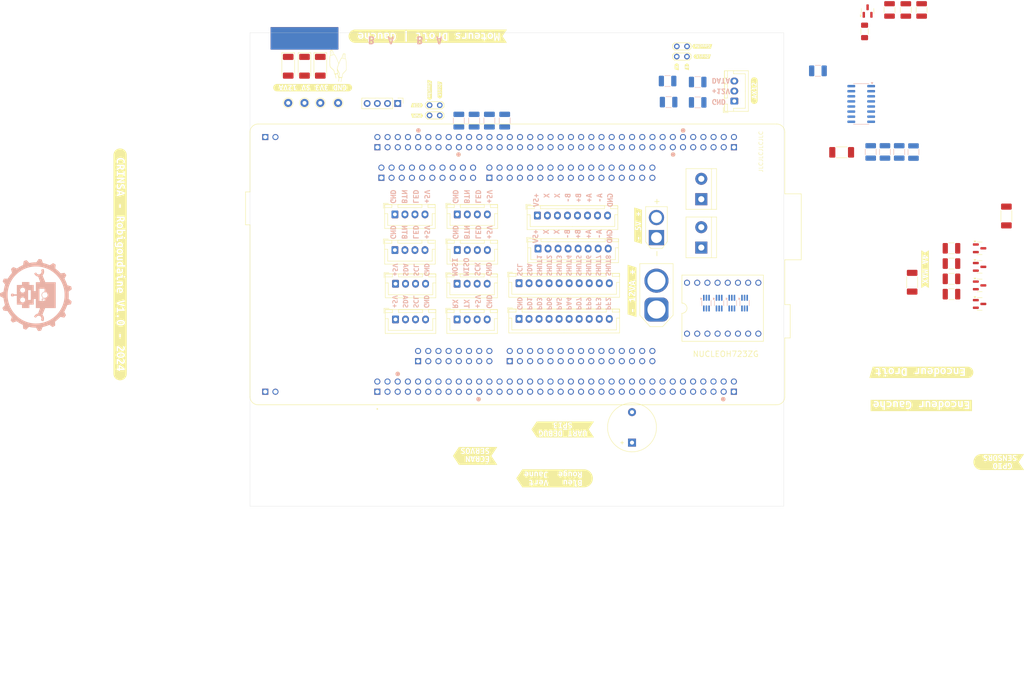
<source format=kicad_pcb>
(kicad_pcb (version 20240108) (generator "pcbnew") (generator_version "8.0")
  (layers (0 "F.Cu" signal) (31 "B.Cu" signal) (34 "B.Paste" user) (35 "F.Paste" user) (36 "B.SilkS" user "B.Silkscreen") (37 "F.SilkS" user "F.Silkscreen") (38 "B.Mask" user) (39 "F.Mask" user) (44 "Edge.Cuts" user))
  (net 0 "")
  (net 1 "GND")
  (net 2 "Net-(Q2-D)")
  (net 3 "Net-(Q3-D)")
  (net 4 "Net-(Q4-D)")
  (net 5 "/I2C2_SDA")
  (net 6 "/PA5")
  (net 7 "Net-(Q1-B)")
  (net 8 "/PG1")
  (net 9 "/PC9")
  (net 10 "/PE9")
  (net 11 "/PF2")
  (net 12 "/PF3")
  (net 13 "/PD7")
  (net 14 "/PD12")
  (net 15 "/PC12")
  (net 16 "/PE7")
  (net 17 "/PD0")
  (net 18 "/Encodeur_Droit_A")
  (net 19 "/Moteurs/MOTOR2A")
  (net 20 "/PF8")
  (net 21 "/PB10")
  (net 22 "/PG6")
  (net 23 "/PD13")
  (net 24 "/PE4")
  (net 25 "/PB15")
  (net 26 "/PE11")
  (net 27 "/PA0")
  (net 28 "/PF4")
  (net 29 "/PE2")
  (net 30 "/Encodeur_Droit_B")
  (net 31 "/PB12")
  (net 32 "/PC8")
  (net 33 "/PD11")
  (net 34 "/PD3")
  (net 35 "/PG0")
  (net 36 "/PE15")
  (net 37 "/PF9")
  (net 38 "/Encodeur_Gauche_B")
  (net 39 "/I2C1_SCL")
  (net 40 "/PE6")
  (net 41 "/PE5")
  (net 42 "/PA15")
  (net 43 "/PE10")
  (net 44 "/AX12_RX")
  (net 45 "/PF5")
  (net 46 "/I2C1_SDA")
  (net 47 "/PB2")
  (net 48 "/PG2")
  (net 49 "/PA6")
  (net 50 "/PB13")
  (net 51 "/PD2")
  (net 52 "/PG3")
  (net 53 "/PE3")
  (net 54 "/PD4")
  (net 55 "/I2C2_SCL")
  (net 56 "/PC10")
  (net 57 "/PE12")
  (net 58 "/DEBUG_TX")
  (net 59 "/PD6")
  (net 60 "/PE8")
  (net 61 "/PB11")
  (net 62 "/PD1")
  (net 63 "/PC11")
  (net 64 "/PE0")
  (net 65 "Net-(BZ1--)")
  (net 66 "/PA4")
  (net 67 "/Encodeur_Gauche_A")
  (net 68 "/DEBUG_RX")
  (net 69 "+12VA")
  (net 70 "+5V")
  (net 71 "/Moteurs/MOTOR1B")
  (net 72 "/Moteurs/IN1")
  (net 73 "/Moteurs/IN2")
  (net 74 "/Moteurs/IN3")
  (net 75 "/Moteurs/MOTOR2B")
  (net 76 "/Moteurs/MOTOR1A")
  (net 77 "/Moteurs/IN4")
  (net 78 "+3.3V")
  (net 79 "/Encodeurs/B+_DROITE")
  (net 80 "/Encodeurs/B+_GAUCHE")
  (net 81 "/Encodeurs/B-_GAUCHE")
  (net 82 "/Encodeurs/Z+_GAUCHE")
  (net 83 "/Encodeurs/Z-_GAUCHE")
  (net 84 "/Encodeurs/A-_GAUCHE")
  (net 85 "/Encodeurs/A+_DROITE")
  (net 86 "/Encodeurs/A+_GAUCHE")
  (net 87 "/Encodeurs/B-_DROITE")
  (net 88 "/Encodeurs/Z+_DROITE")
  (net 89 "/Encodeurs/A-_DROITE")
  (net 90 "/Encodeurs/Z-_DROITE")
  (net 91 "Net-(Q5-D)")
  (net 92 "Net-(D5-A)")
  (net 93 "Net-(D6-A)")
  (net 94 "Net-(D7-A)")
  (net 95 "Net-(J4-Pin_2)")
  (net 96 "Net-(J3-Pin_2)")
  (net 99 "/PD5")
  (net 100 "Net-(U2C-3V3_CN8)")
  (footprint "Package_TO_SOT_SMD:SOT-23" (layer "F.Cu") (at 234 25.7325 90)
    (property "Reference" "Q1" (hide yes))
    (property "Value" "BC817")
    (pad "1" smd roundrect (at -0.9375 -0.95 90) (size 1.475 0.6) (layers "F.Cu" "F.Paste" "F.Mask") (net 7 "Net-(Q1-B)"))
    (pad "2" smd roundrect (at -0.9375 0.95 90) (size 1.475 0.6) (layers "F.Cu" "F.Paste" "F.Mask") (net 1 "GND"))
    (pad "3" smd roundrect (at 0.9375 0 90) (size 1.475 0.6) (layers "F.Cu" "F.Paste" "F.Mask") (net 65 "Net-(BZ1--)"))
  )
  (footprint "Connector_JST:JST_XH_B4B-XH-A_1x04_P2.50mm_Vertical" (layer "F.Cu") (at 131.652 102.616819)
    (property "Reference" "J6" (hide yes))
    (property "Value" "UART_Debug")
    (pad "1" thru_hole roundrect (at 0 0) (size 1.7 1.95) (drill 0.95) (layers "*.Cu" "*.Mask") (roundrect_rratio 0.147059) (net 68 "/DEBUG_RX"))
    (pad "2" thru_hole oval (at 2.5 0) (size 1.7 1.95) (drill 0.95) (layers "*.Cu" "*.Mask") (net 58 "/DEBUG_TX"))
    (pad "3" thru_hole oval (at 5 0) (size 1.7 1.95) (drill 0.95) (layers "*.Cu" "*.Mask") (net 70 "+5V"))
    (pad "4" thru_hole oval (at 7.5 0) (size 1.7 1.95) (drill 0.95) (layers "*.Cu" "*.Mask") (net 1 "GND"))
  )
  (footprint "MountingHole:MountingHole_3.2mm_M3" (layer "F.Cu") (at 76.2 140.335)
    (property "Reference" "H2" (hide yes))
    (property "Value" "MountingHole")
    (pad "" np_thru_hole circle (at 0 0) (size 3.2 3.2) (drill 3.2) (layers "*.Cu" "*.Mask"))
  )
  (footprint "DRV8844:DRV8844_BREAKOUT_BOARD" (layer "F.Cu") (at 197.866 99.822 90)
    (property "Reference" "DRV1" (hide yes))
    (property "Value" "~")
    (pad "1A" thru_hole circle (at -6.35 -3.81 90) (size 1.508 1.508) (drill 1) (layers "*.Cu" "*.Mask") (net 76 "/Moteurs/MOTOR1A"))
    (pad "1B" thru_hole circle (at -6.35 -1.27 90) (size 1.508 1.508) (drill 1) (layers "*.Cu" "*.Mask") (net 71 "/Moteurs/MOTOR1B"))
    (pad "2A" thru_hole circle (at -6.35 1.27 90) (size 1.508 1.508) (drill 1) (layers "*.Cu" "*.Mask") (net 19 "/Moteurs/MOTOR2A"))
    (pad "2B" thru_hole circle (at -6.35 3.81 90) (size 1.508 1.508) (drill 1) (layers "*.Cu" "*.Mask") (net 75 "/Moteurs/MOTOR2B"))
    (pad "EN1" thru_hole circle (at 6.35 -8.89 90) (size 1.508 1.508) (drill 1) (layers "*.Cu" "*.Mask") (net 50 "/PB13"))
    (pad "EN2" thru_hole circle (at 6.35 -6.35 90) (size 1.508 1.508) (drill 1) (layers "*.Cu" "*.Mask") (net 25 "/PB15"))
    (pad "FLT" thru_hole circle (at -6.35 -6.35 90) (size 1.508 1.508) (drill 1) (layers "*.Cu" "*.Mask") (net 31 "/PB12"))
    (pad "GND" thru_hole circle (at -6.35 -8.89 90) (size 1.508 1.508) (drill 1) (layers "*.Cu" "*.Mask") (net 1 "GND"))
    (pad "GND1" thru_hole circle (at -6.35 6.35 90) (size 1.508 1.508) (drill 1) (layers "*.Cu" "*.Mask") (net 1 "GND"))
    (pad "IN1" thru_hole circle (at 6.35 1.27 90) (size 1.508 1.508) (drill 1) (layers "*.Cu" "*.Mask") (net 72 "/Moteurs/IN1"))
    (pad "IN2" thru_hole circle (at 6.35 3.81 90) (size 1.508 1.508) (drill 1) (layers "*.Cu" "*.Mask") (net 73 "/Moteurs/IN2"))
    (pad "IN3" thru_hole circle (at 6.35 6.35 90) (size 1.508 1.508) (drill 1) (layers "*.Cu" "*.Mask") (net 74 "/Moteurs/IN3"))
    (pad "IN4" thru_hole circle (at 6.35 8.89 90) (size 1.508 1.508) (drill 1) (layers "*.Cu" "*.Mask") (net 77 "/Moteurs/IN4"))
    (pad "RST" thru_hole circle (at 6.35 -1.27 90) (size 1.508 1.508) (drill 1) (layers "*.Cu" "*.Mask") (net 42 "/PA15"))
    (pad "SLP" thru_hole circle (at 6.35 -3.81 90) (size 1.508 1.508) (drill 1) (layers "*.Cu" "*.Mask") (net 70 "+5V"))
    (pad "VMOT" thru_hole circle (at -6.35 8.89 90) (size 1.508 1.508) (drill 1) (layers "*.Cu" "*.Mask") (net 69 "+12VA"))
  )
  (footprint "TestPoint:TestPoint_2Pads_Pitch2.54mm_Drill0.8mm" (layer "F.Cu") (at 127.321 51.75 180)
    (property "Reference" "TP6" (hide yes))
    (property "Value" "Test_PWM")
    (pad "1" thru_hole circle (at 0 0 180) (size 1.4 1.4) (drill 0.8) (layers "*.Cu" "*.Mask") (net 10 "/PE9"))
    (pad "2" thru_hole circle (at 2.54 0 180) (size 1.4 1.4) (drill 0.8) (layers "*.Cu" "*.Mask") (net 26 "/PE11"))
  )
  (footprint "kibuzzard-66C08EFC" (layer "F.Cu") (at 155.956 142.24 180)
    (property "Reference" "kibuzzard-5" (hide yes))
    (property "Value" "G***" (hide yes))
  )
  (footprint "TerminalBlock:TerminalBlock_bornier-2_P5.08mm" (layer "F.Cu") (at 192.532 84.709 90)
    (property "Reference" "J5" (hide yes))
    (property "Value" "Moteur_Droit")
    (pad "1" thru_hole rect (at 0 0 90) (size 3 3) (drill 1.52) (layers "*.Cu" "*.Mask") (net 19 "/Moteurs/MOTOR2A"))
    (pad "2" thru_hole circle (at 5.08 0 90) (size 3 3) (drill 1.52) (layers "*.Cu" "*.Mask") (net 75 "/Moteurs/MOTOR2B"))
  )
  (footprint "kibuzzard-67548BCB" (layer "F.Cu") (at 136.144 136.652 180)
    (property "Reference" "kibuzzard-67548BCB" (hide yes))
    (property "Value" "G***" (hide yes))
  )
  (footprint "LED_SMD:LED_2010_5025Metric_Pad1.52x2.65mm_HandSolder" (layer "F.Cu") (at 97.536 39.497 -90)
    (property "Reference" "D6" (hide yes))
    (property "Value" "3V3")
    (pad "1" smd roundrect (at -2.3375 0 270) (size 1.525 2.65) (layers "F.Cu" "F.Paste" "F.Mask") (roundrect_rratio 0.163934) (net 1 "GND"))
    (pad "2" smd roundrect (at 2.3375 0 270) (size 1.525 2.65) (layers "F.Cu" "F.Paste" "F.Mask") (roundrect_rratio 0.163934) (net 93 "Net-(D6-A)"))
  )
  (footprint "Connector_PinHeader_2.54mm:PinHeader_1x04_P2.54mm_Vertical" (layer "F.Cu") (at 116.84 48.768 -90)
    (property "Reference" "J2" (hide yes))
    (property "Value" "GND")
    (pad "1" thru_hole rect (at 0 0 270) (size 1.7 1.7) (drill 1) (layers "*.Cu" "*.Mask") (net 1 "GND"))
    (pad "2" thru_hole oval (at 0 2.54 270) (size 1.7 1.7) (drill 1) (layers "*.Cu" "*.Mask") (net 1 "GND"))
    (pad "3" thru_hole oval (at 0 5.08 270) (size 1.7 1.7) (drill 1) (layers "*.Cu" "*.Mask") (net 1 "GND"))
    (pad "4" thru_hole oval (at 0 7.62 270) (size 1.7 1.7) (drill 1) (layers "*.Cu" "*.Mask") (net 1 "GND"))
  )
  (footprint "kibuzzard-66C0927B" (layer "F.Cu") (at 192.746 34.544 180)
    (property "Reference" "kibuzzard-19" (hide yes))
    (property "Value" "G***" (hide yes))
  )
  (footprint "NUCLEO-H723ZG:MODULE_NUCLEOH723ZG" (layer "F.Cu") (at 146.685 88.9 90)
    (property "Reference" "U2" (hide yes))
    (property "Value" "NUCLEOH723ZG" (at -22.352 51.943 180) (layer "F.SilkS") (effects (font (size 1.4 1.4))))
    (pad "" np_thru_hole circle (at -24.13 -38.74 90) (size 3.2 3.2) (drill 3.2) (layers "*.Cu" "*.Mask"))
    (pad "" np_thru_hole circle (at -22.86 37.46 90) (size 3.2 3.2) (drill 3.2) (layers "*.Cu" "*.Mask"))
    (pad "" np_thru_hole circle (at 22.86 37.46 90) (size 3.2 3.2) (drill 3.2) (layers "*.Cu" "*.Mask"))
    (pad "" np_thru_hole circle (at 24.13 -37.47 90) (size 3.2 3.2) (drill 3.2) (layers "*.Cu" "*.Mask"))
    (pad "CN3_1" thru_hole rect (at -31.75 -62.87 90) (size 1.508 1.508) (drill 1) (layers "*.Cu" "*.Mask") (net 1 "GND"))
    (pad "CN3_2" thru_hole circle (at -31.75 -60.33 90) (size 1.508 1.508) (drill 1) (layers "*.Cu" "*.Mask") (net 1 "GND"))
    (pad "CN4_1" thru_hole rect (at 31.75 -62.87 90) (size 1.508 1.508) (drill 1) (layers "*.Cu" "*.Mask") (net 1 "GND"))
    (pad "CN4_2" thru_hole circle (at 31.75 -60.33 90) (size 1.508 1.508) (drill 1) (layers "*.Cu" "*.Mask") (net 1 "GND"))
    (pad "CN7_1" thru_hole rect (at 21.59 -33.914 90) (size 1.508 1.508) (drill 1) (layers "*.Cu" "*.Mask") (net 44 "/AX12_RX"))
    (pad "CN7_2" thru_hole circle (at 24.13 -33.914 90) (size 1.508 1.508) (drill 1) (layers "*.Cu" "*.Mask"))
    (pad "CN7_3" thru_hole circle (at 21.59 -31.374 90) (size 1.508 1.508) (drill 1) (layers "*.Cu" "*.Mask") (net 25 "/PB15"))
    (pad "CN7_4" thru_hole circle (at 24.13 -31.374 90) (size 1.508 1.508) (drill 1) (layers "*.Cu" "*.Mask"))
    (pad "CN7_5" thru_hole circle (at 21.59 -28.834 90) (size 1.508 1.508) (drill 1) (layers "*.Cu" "*.Mask") (net 50 "/PB13"))
    (pad "CN7_6" thru_hole circle (at 24.13 -28.834 90) (size 1.508 1.508) (drill 1) (layers "*.Cu" "*.Mask"))
    (pad "CN7_7" thru_hole circle (at 21.59 -26.294 90) (size 1.508 1.508) (drill 1) (layers "*.Cu" "*.Mask") (net 31 "/PB12"))
    (pad "CN7_8" thru_hole circle (at 24.13 -26.294 90) (size 1.508 1.508) (drill 1) (layers "*.Cu" "*.Mask") (net 1 "GND"))
    (pad "CN7_9" thru_hole circle (at 21.59 -23.754 90) (size 1.508 1.508) (drill 1) (layers "*.Cu" "*.Mask") (net 42 "/PA15"))
    (pad "CN7_10" thru_hole circle (at 24.13 -23.754 90) (size 1.508 1.508) (drill 1) (layers "*.Cu" "*.Mask") (net 6 "/PA5"))
    (pad "CN7_11" thru_hole circle (at 21.59 -21.214 90) (size 1.508 1.508) (drill 1) (layers "*.Cu" "*.Mask") (net 44 "/AX12_RX"))
    (pad "CN7_12" thru_hole circle (at 24.13 -21.214 90) (size 1.508 1.508) (drill 1) (layers "*.Cu" "*.Mask") (net 49 "/PA6"))
    (pad "CN7_13" thru_hole circle (at 21.59 -18.674 90) (size 1.508 1.508) (drill 1) (layers "*.Cu" "*.Mask"))
    (pad "CN7_14" thru_hole circle (at 24.13 -18.674 90) (size 1.508 1.508) (drill 1) (layers "*.Cu" "*.Mask"))
    (pad "CN7_15" thru_hole circle (at 21.59 -16.134 90) (size 1.508 1.508) (drill 1) (layers "*.Cu" "*.Mask"))
    (pad "CN7_16" thru_hole circle (at 24.13 -16.134 90) (size 1.508 1.508) (drill 1) (layers "*.Cu" "*.Mask"))
    (pad "CN7_17" thru_hole circle (at 21.59 -13.594 90) (size 1.508 1.508) (drill 1) (layers "*.Cu" "*.Mask") (net 66 "/PA4"))
    (pad "CN7_18" thru_hole circle (at 24.13 -13.594 90) (size 1.508 1.508) (drill 1) (layers "*.Cu" "*.Mask"))
    (pad "CN7_19" thru_hole circle (at 21.59 -11.054 90) (size 1.508 1.508) (drill 1) (layers "*.Cu" "*.Mask"))
    (pad "CN7_20" thru_hole circle (at 24.13 -11.054 90) (size 1.508 1.508) (drill 1) (layers "*.Cu" "*.Mask") (net 12 "/PF3"))
    (pad "CN8_1" thru_hole rect (at -24.13 -24.77 90) (size 1.508 1.508) (drill 1) (layers "*.Cu" "*.Mask"))
    (pad "CN8_2" thru_hole circle (at -21.59 -24.77 90) (size 1.508 1.508) (drill 1) (layers "*.Cu" "*.Mask") (net 32 "/PC8"))
    (pad "CN8_3" thru_hole circle (at -24.13 -22.23 90) (size 1.508 1.508) (drill 1) (layers "*.Cu" "*.Mask"))
    (pad "CN8_4" thru_hole circle (at -21.59 -22.23 90) (size 1.508 1.508) (drill 1) (layers "*.Cu" "*.Mask") (net 9 "/PC9"))
    (pad "CN8_5" thru_hole circle (at -24.13 -19.69 90) (size 1.508 1.508) (drill 1) (layers "*.Cu" "*.Mask"))
    (pad "CN8_6" thru_hole circle (at -21.59 -19.69 90) (size 1.508 1.508) (drill 1) (layers "*.Cu" "*.Mask") (net 56 "/PC10"))
    (pad "CN8_7" thru_hole circle (at -24.13 -17.15 90) (size 1.508 1.508) (drill 1) (layers "*.Cu" "*.Mask") (net 100 "Net-(U2C-3V3_CN8)"))
    (pad "CN8_8" thru_hole circle (at -21.59 -17.15 90) (size 1.508 1.508) (drill 1) (layers "*.Cu" "*.Mask") (net 63 "/PC11"))
    (pad "CN8_9" thru_hole circle (at -24.13 -14.61 90) (size 1.508 1.508) (drill 1) (layers "*.Cu" "*.Mask"))
    (pad "CN8_10" thru_hole circle (at -21.59 -14.61 90) (size 1.508 1.508) (drill 1) (layers "*.Cu" "*.Mask") (net 15 "/PC12"))
    (pad "CN8_11" thru_hole circle (at -24.13 -12.07 90) (size 1.508 1.508) (drill 1) (layers "*.Cu" "*.Mask") (net 1 "GND"))
    (pad "CN8_12" thru_hole circle (at -21.59 -12.07 90) (size 1.508 1.508) (drill 1) (layers "*.Cu" "*.Mask") (net 51 "/PD2"))
    (pad "CN8_13" thru_hole circle (at -24.13 -9.53 90) (size 1.508 1.508) (drill 1) (layers "*.Cu" "*.Mask") (net 1 "GND"))
    (pad "CN8_14" thru_hole circle (at -21.59 -9.53 90) (size 1.508 1.508) (drill 1) (layers "*.Cu" "*.Mask") (net 48 "/PG2"))
    (pad "CN8_15" thru_hole circle (at -24.13 -6.99 90) (size 1.508 1.508) (drill 1) (layers "*.Cu" "*.Mask"))
    (pad "CN8_16" thru_hole circle (at -21.59 -6.99 90) (size 1.508 1.508) (drill 1) (layers "*.Cu" "*.Mask") (net 52 "/PG3"))
    (pad "CN9_1" thru_hole rect (at -24.13 -1.91 90) (size 1.508 1.508) (drill 1) (layers "*.Cu" "*.Mask"))
    (pad "CN9_2" thru_hole circle (at -21.59 -1.91 90) (size 1.508 1.508) (drill 1) (layers "*.Cu" "*.Mask") (net 13 "/PD7"))
    (pad "CN9_3" thru_hole circle (at -24.13 0.63 90) (size 1.508 1.508) (drill 1) (layers "*.Cu" "*.Mask"))
    (pad "CN9_4" thru_hole circle (at -21.59 0.63 90) (size 1.508 1.508) (drill 1) (layers "*.Cu" "*.Mask") (net 59 "/PD6"))
    (pad "CN9_5" thru_hole circle (at -24.13 3.17 90) (size 1.508 1.508) (drill 1) (layers "*.Cu" "*.Mask"))
    (pad "CN9_6" thru_hole circle (at -21.59 3.17 90) (size 1.508 1.508) (drill 1) (layers "*.Cu" "*.Mask") (net 99 "/PD5"))
    (pad "CN9_7" thru_hole circle (at -24.13 5.71 90) (size 1.508 1.508) (drill 1) (layers "*.Cu" "*.Mask"))
    (pad "CN9_8" thru_hole circle (at -21.59 5.71 90) (size 1.508 1.508) (drill 1) (layers "*.Cu" "*.Mask") (net 54 "/PD4"))
    (pad "CN9_9" thru_hole circle (at -24.13 8.25 90) (size 1.508 1.508) (drill 1) (layers "*.Cu" "*.Mask"))
    (pad "CN9_10" thru_hole circle (at -21.59 8.25 90) (size 1.508 1.508) (drill 1) (layers "*.Cu" "*.Mask") (net 34 "/PD3"))
    (pad "CN9_11" thru_hole circle (at -24.13 10.79 90) (size 1.508 1.508) (drill 1) (layers "*.Cu" "*.Mask"))
    (pad "CN9_12" thru_hole circle (at -21.59 10.79 90) (size 1.508 1.508) (drill 1) (layers "*.Cu" "*.Mask") (net 1 "GND"))
    (pad "CN9_13" thru_hole circle (at -24.13 13.33 90) (size 1.508 1.508) (drill 1) (layers "*.Cu" "*.Mask") (net 47 "/PB2"))
    (pad "CN9_14" thru_hole circle (at -21.59 13.33 90) (size 1.508 1.508) (drill 1) (layers "*.Cu" "*.Mask") (net 29 "/PE2"))
    (pad "CN9_15" thru_hole circle (at -24.13 15.87 90) (size 1.508 1.508) (drill 1) (layers "*.Cu" "*.Mask"))
    (pad "CN9_16" thru_hole circle (at -21.59 15.87 90) (size 1.508 1.508) (drill 1) (layers "*.Cu" "*.Mask") (net 24 "/PE4"))
    (pad "CN9_17" thru_hole circle (at -24.13 18.41 90) (size 1.508 1.508) (drill 1) (layers "*.Cu" "*.Mask") (net 11 "/PF2"))
    (pad "CN9_18" thru_hole circle (at -21.59 18.41 90) (size 1.508 1.508) (drill 1) (layers "*.Cu" "*.Mask") (net 41 "/PE5"))
    (pad "CN9_19" thru_hole circle (at -24.13 20.95 90) (size 1.508 1.508) (drill 1) (layers "*.Cu" "*.Mask") (net 55 "/I2C2_SCL"))
    (pad "CN9_20" thru_hole circle (at -21.59 20.95 90) (size 1.508 1.508) (drill 1) (layers "*.Cu" "*.Mask"))
    (pad "CN9_21" thru_hole circle (at -24.13 23.49 90) (size 1.508 1.508) (drill 1) (layers "*.Cu" "*.Mask") (net 5 "/I2C2_SDA"))
    (pad "CN9_22" thru_hole circle (at -21.59 23.49 90) (size 1.508 1.508) (drill 1) (layers "*.Cu" "*.Mask") (net 53 "/PE3"))
    (pad "CN9_23" thru_hole circle (at -24.13 26.03 90) (size 1.508 1.508) (drill 1) (layers "*.Cu" "*.Mask") (net 1 "GND"))
    (pad "CN9_24" thru_hole circle (at -21.59 26.03 90) (size 1.508 1.508) (drill 1) (layers "*.Cu" "*.Mask") (net 20 "/PF8"))
    (pad "CN9_25" thru_hole circle (at -24.13 28.57 90) (size 1.508 1.508) (drill 1) (layers "*.Cu" "*.Mask") (net 17 "/PD0"))
    (pad "CN9_26" thru_hole circle (at -21.59 28.57 90) (size 1.508 1.508) (drill 1) (layers "*.Cu" "*.Mask") (net 30 "/Encodeur_Droit_B"))
    (pad "CN9_27" thru_hole circle (at -24.13 31.11 90) (size 1.508 1.508) (drill 1) (layers "*.Cu" "*.Mask") (net 62 "/PD1"))
    (pad "CN9_28" thru_hole circle (at -21.59 31.11 90) (size 1.508 1.508) (drill 1) (layers "*.Cu" "*.Mask") (net 37 "/PF9"))
    (pad "CN9_29" thru_hole circle (at -24.13 33.65 90) (size 1.508 1.508) (drill 1) (layers "*.Cu" "*.Mask") (net 35 "/PG0"))
    (pad "CN9_30" thru_hole circle (at -21.59 33.65 90) (size 1.508 1.508) (drill 1) (layers "*.Cu" "*.Mask") (net 8 "/PG1"))
    (pad "CN10_1" thru_hole rect (at 21.59 -6.99 90) (size 1.508 1.508) (drill 1) (layers "*.Cu" "*.Mask"))
    (pad "CN10_2" thru_hole circle (at 24.13 -6.99 90) (size 1.508 1.508) (drill 1) (layers "*.Cu" "*.Mask"))
    (pad "CN10_3" thru_hole circle (at 21.59 -4.45 90) (size 1.508 1.508) (drill 1) (layers "*.Cu" "*.Mask") (net 1 "GND"))
    (pad "CN10_4" thru_hole circle (at 24.13 -4.45 90) (size 1.508 1.508) (drill 1) (layers "*.Cu" "*.Mask") (net 10 "/PE9"))
    (pad "CN10_5" thru_hole circle (at 21.59 -1.91 90) (size 1.508 1.508) (drill 1) (layers "*.Cu" "*.Mask") (net 1 "GND"))
    (pad "CN10_6" thru_hole circle (at 24.13 -1.91 90) (size 1.508 1.508) (drill 1) (layers "*.Cu" "*.Mask") (net 26 "/PE11"))
    (pad "CN10_7" thru_hole circle (at 21.59 0.63 90) (size 1.508 1.508) (drill 1) (layers "*.Cu" "*.Mask") (net 28 "/PF4"))
    (pad "CN10_8" thru_hole circle (at 24.13 0.63 90) (size 1.508 1.508) (drill 1) (layers "*.Cu" "*.Mask"))
    (pad "CN10_9" thru_hole circle (at 21.59 3.17 90) (size 1.508 1.508) (drill 1) (layers "*.Cu" "*.Mask") (net 45 "/PF5"))
    (pad "CN10_10" thru_hole circle (at 24.13 3.17 90) (size 1.508 1.508) (drill 1) (layers "*.Cu" "*.Mask"))
    (pad "CN10_11" thru_hole circle (at 21.59 5.71 90) (size 1.508 1.508) (drill 1) (layers "*.Cu" "*.Mask") (net 18 "/Encodeur_Droit_A"))
    (pad "CN10_12" thru_hole circle (at 24.13 5.71 90) (size 1.508 1.508) (drill 1) (layers "*.Cu" "*.Mask"))
    (pad "CN10_13" thru_hole circle (at 21.59 8.25 90) (size 1.508 1.508) (drill 1) (layers "*.Cu" "*.Mask") (net 22 "/PG6"))
    (pad "CN10_14" thru_hole circle (at 24.13 8.25 90) (size 1.508 1.508) (drill 1) (layers "*.Cu" "*.Mask"))
    (pad "CN10_15" thru_hole circle (at 21.59 10.79 90) (size 1.508 1.508) (drill 1) (layers "*.Cu" "*.Mask"))
    (pad "CN10_16" thru_hole circle (at 24.13 10.79 90) (size 1.508 1.508) (drill 1) (layers "*.Cu" "*.Mask"))
    (pad "CN10_17" thru_hole circle (at 21.59 13.33 90) (size 1.508 1.508) (drill 1) (layers "*.Cu" "*.Mask") (net 1 "GND"))
    (pad "CN10_18" thru_hole circle (at 24.13 13.33 90) (size 1.508 1.508) (drill 1) (layers "*.Cu" "*.Mask") (net 60 "/PE8"))
    (pad "CN10_19" thru_hole circle (at 21.59 15.87 90) (size 1.508 1.508) (drill 1) (layers "*.Cu" "*.Mask") (net 23 "/PD13"))
    (pad "CN10_20" thru_hole circle (at 24.13 15.87 90) (size 1.508 1.508) (drill 1) (layers "*.Cu" "*.Mask") (net 16 "/PE7"))
    (pad "CN10_21" thru_hole circle (at 21.59 18.41 90) (size 1.508 1.508) (drill 1) (layers "*.Cu" "*.Mask") (net 14 "/PD12"))
    (pad "CN10_22" thru_hole circle (at 24.13 18.41 90) (size 1.508 1.508) (drill 1) (layers "*.Cu" "*.Mask") (net 1 "GND"))
    (pad "CN10_23" thru_hole circle (at 21.59 20.95 90) (size 1.508 1.508) (drill 1) (layers "*.Cu" "*.Mask") (net 33 "/PD11"))
    (pad "CN10_24" thru_hole circle (at 24.13 20.95 90) (size 1.508 1.508) (drill 1) (layers "*.Cu" "*.Mask") (net 43 "/PE10"))
    (pad "CN10_25" thru_hole circle (at 21.59 23.49 90) (size 1.508 1.508) (drill 1) (layers "*.Cu" "*.Mask"))
    (pad "CN10_26" thru_hole circle (at 24.13 23.49 90) (size 1.508 1.508) (drill 1) (layers "*.Cu" "*.Mask") (net 57 "/PE12"))
    (pad "CN10_27" thru_hole circle (at 21.59 26.03 90) (size 1.508 1.508) (drill 1) (layers "*.Cu" "*.Mask") (net 1 "GND"))
    (pad "CN10_28" thru_hole circle (at 24.13 26.03 90) (size 1.508 1.508) (drill 1) (layers "*.Cu" "*.Mask") (net 40 "/PE6"))
    (pad "CN10_29" thru_hole circle (at 21.59 28.57 90) (size 1.508 1.508) (drill 1) (layers "*.Cu" "*.Mask") (net 27 "/PA0"))
    (pad "CN10_30" thru_hole circle (at 24.13 28.57 90) (size 1.508 1.508) (drill 1) (layers "*.Cu" "*.Mask") (net 36 "/PE15"))
    (pad "CN10_31" thru_hole circle (at 21.59 31.11 90) (size 1.508 1.508) (drill 1) (layers "*.Cu" "*.Mask"))
    (pad "CN10_32" thru_hole circle (at 24.13 31.11 90) (size 1.508 1.508) (drill 1) (layers "*.Cu" "*.Mask") (net 21 "/PB10"))
    (pad "CN10_33" thru_hole circle (at 21.59 33.65 90) (size 1.508 1.508) (drill 1) (layers "*.Cu" "*.Mask") (net 64 "/PE0"))
    (pad "CN10_34" thru_hole circle (at 24.13 33.65 90) (size 1.508 1.508) (drill 1) (layers "*.Cu" "*.Mask") (net 61 "/PB11"))
    (pad "CN11_1" thru_hole rect (at -31.75 -34.93 90) (size 1.508 1.508) (drill 1) (layers "*.Cu" "*.Mask"))
    (pad "CN11_2" thru_hole circle (at -29.21 -34.93 90) (size 1.508 1.508) (drill 1) (layers "*.Cu" "*.Mask"))
    (pad "CN11_3" thru_hole circle (at -31.75 -32.39 90) (size 1.508 1.508) (drill 1) (layers "*.Cu" "*.Mask"))
    (pad "CN11_4" thru_hole circle (at -29.21 -32.39 90) (size 1.508 1.508) (drill 1) (layers "*.Cu" "*.Mask"))
    (pad "CN11_5" thru_hole circle (at -31.75 -29.85 90) (size 1.508 1.508) (drill 1) (layers "*.Cu" "*.Mask"))
    (pad "CN11_6" thru_hole circle (at -29.21 -29.85 90) (size 1.508 1.508) (drill 1) (layers "*.Cu" "*.Mask") (net 70 "+5V"))
    (pad "CN11_7" thru_hole circle (at -31.75 -27.31 90) (size 1.508 1.508) (drill 1) (layers "*.Cu" "*.Mask"))
    (pad "CN11_8" thru_hole circle (at -29.21 -27.31 90) (size 1.508 1.508) (drill 1) (layers "*.Cu" "*.Mask") (net 1 "GND"))
    (pad "CN11_9" thru_hole circle (at -31.75 -24.77 90) (size 1.508 1.508) (drill 1) (layers "*.Cu" "*.Mask"))
    (pad "CN11_10" thru_hole circle (at -29.21 -24.77 90) (size 1.508 1.508) (drill 1) (layers "*.Cu" "*.Mask"))
    (pad "CN11_11" thru_hole circle (at -31.75 -22.23 90) (size 1.508 1.508) (drill 1) (layers "*.Cu" "*.Mask"))
    (pad "CN11_12" thru_hole circle (at -29.21 -22.23 90) (size 1.508 1.508) (drill 1) (layers "*.Cu" "*.Mask"))
    (pad "CN11_13" thru_hole circle (at -31.75 -19.69 90) (size 1.508 1.508) (drill 1) (layers "*.Cu" "*.Mask"))
    (pad "CN11_14" thru_hole circle (at -29.21 -19.69 90) (size 1.508 1.508) (drill 1) (layers "*.Cu" "*.Mask"))
    (pad "CN11_15" thru_hole circle (at -31.75 -17.15 90) (size 1.508 1.508) (drill 1) (layers "*.Cu" "*.Mask"))
    (pad "CN11_16" thru_hole circle (at -29.21 -17.15 90) (size 1.508 1.508) (drill 1) (layers "*.Cu" "*.Mask"))
    (pad "CN11_17" thru_hole circle (at -31.75 -14.61 90) (size 1.508 1.508) (drill 1) (layers "*.Cu" "*.Mask"))
    (pad "CN11_18" thru_hole circle (at -29.21 -14.61 90) (size 1.508 1.508) (drill 1) (layers "*.Cu" "*.Mask"))
    (pad "CN11_19" thru_hole circle (at -31.75 -12.07 90) (size 1.508 1.508) (drill 1) (layers "*.Cu" "*.Mask") (net 1 "GND"))
    (pad "CN11_20" thru_hole circle (at -29.21 -12.07 90) (size 1.508 1.508) (drill 1) (layers "*.Cu" "*.Mask") (net 1 "GND"))
    (pad "CN11_21" thru_hole circle (at -31.75 -9.53 90) (size 1.508 1.508) (drill 1) (layers "*.Cu" "*.Mask") (net 46 "/I2C1_SDA"))
    (pad "CN11_22" thru_hole circle (at -29.21 -9.53 90) (size 1.508 1.508) (drill 1) (layers "*.Cu" "*.Mask") (net 1 "GND"))
    (pad "CN11_23" thru_hole circle (at -31.75 -6.99 90) (size 1.508 1.508) (drill 1) (layers "*.Cu" "*.Mask"))
    (pad "CN11_24" thru_hole circle (at -29.21 -6.99 90) (size 1.508 1.508) (drill 1) (layers "*.Cu" "*.Mask"))
    (pad "CN11_25" thru_hole circle (at -31.75 -4.45 90) (size 1.508 1.508) (drill 1) (layers "*.Cu" "*.Mask"))
    (pad "CN11_26" thru_hole circle (at -29.21 -4.45 90) (size 1.508 1.508) (drill 1) (layers "*.Cu" "*.Mask"))
    (pad "CN11_27" thru_hole circle (at -31.75 -1.91 90) (size 1.508 1.508) (drill 1) (layers "*.Cu" "*.Mask"))
    (pad "CN11_28" thru_hole circle (at -29.21 -1.91 90) (size 1.508 1.508) (drill 1) (layers "*.Cu" "*.Mask"))
    (pad "CN11_29" thru_hole circle (at -31.75 0.63 90) (size 1.508 1.508) (drill 1) (layers "*.Cu" "*.Mask"))
    (pad "CN11_30" thru_hole circle (at -29.21 0.63 90) (size 1.508 1.508) (drill 1) (layers "*.Cu" "*.Mask"))
    (pad "CN11_31" thru_hole circle (at -31.75 3.17 90) (size 1.508 1.508) (drill 1) (layers "*.Cu" "*.Mask"))
    (pad "CN11_32" thru_hole circle (at -29.21 3.17 90) (size 1.508 1.508) (drill 1) (layers "*.Cu" "*.Mask"))
    (pad "CN11_33" thru_hole circle (at -31.75 5.71 90) (size 1.508 1.508) (drill 1) (layers "*.Cu" "*.Mask"))
    (pad "CN11_34" thru_hole circle (at -29.21 5.71 90) (size 1.508 1.508) (drill 1) (layers "*.Cu" "*.Mask"))
    (pad "CN11_35" thru_hole circle (at -31.75 8.25 90) (size 1.508 1.508) (drill 1) (layers "*.Cu" "*.Mask"))
    (pad "CN11_36" thru_hole circle (at -29.21 8.25 90) (size 1.508 1.508) (drill 1) (layers "*.Cu" "*.Mask"))
    (pad "CN11_37" thru_hole circle (at -31.75 10.79 90) (size 1.508 1.508) (drill 1) (layers "*.Cu" "*.Mask"))
    (pad "CN11_38" thru_hole circle (at -29.21 10.79 90) (size 1.508 1.508) (drill 1) (layers "*.Cu" "*.Mask"))
    (pad "CN11_39" thru_hole circle (at -31.75 13.33 90) (size 1.508 1.508) (drill 1) (layers "*.Cu" "*.Mask"))
    (pad "CN11_40" thru_hole circle (at -29.21 13.33 90) (size 1.508 1.508) (drill 1) (layers "*.Cu" "*.Mask"))
    (pad "CN11_41" thru_hole circle (at -31.75 15.87 90) (size 1.508 1.508) (drill 1) (layers "*.Cu" "*.Mask"))
    (pad "CN11_42" thru_hole circle (at -29.21 15.87 90) (size 1.508 1.508) (drill 1) (layers "*.Cu" "*.Mask"))
    (pad "CN11_43" thru_hole circle (at -31.75 18.41 90) (size 1.508 1.508) (drill 1) (layers "*.Cu" "*.Mask"))
    (pad "CN11_44" thru_hole circle (at -29.21 18.41 90) (size 1.508 1.508) (drill 1) (layers "*.Cu" "*.Mask"))
    (pad "CN11_45" thru_hole circle (at -31.75 20.95 90) (size 1.508 1.508) (drill 1) (layers "*.Cu" "*.Mask"))
    (pad "CN11_46" thru_hole circle (at -29.21 20.95 90) (size 1.508 1.508) (drill 1) (layers "*.Cu" "*.Mask"))
    (pad "CN11_47" thru_hole circle (at -31.75 23.49 90) (size 1.508 1.508) (drill 1) (layers "*.Cu" "*.Mask"))
    (pad "CN11_48" thru_hole circle (at -29.21 23.49 90) (size 1.508 1.508) (drill 1) (layers "*.Cu" "*.Mask"))
    (pad "CN11_49" thru_hole circle (at -31.75 26.03 90) (size 1.508 1.508) (drill 1) (layers "*.Cu" "*.Mask") (net 1 "GND"))
    (pad "CN11_50" thru_hole circle (at -29.21 26.03 90) (size 1.508 1.508) (drill 1) (layers "*.Cu" "*.Mask"))
    (pad "CN11_51" thru_hole circle (at -31.75 28.57 90) (size 1.508 1.508) (drill 1) (layers "*.Cu" "*.Mask"))
    (pad "CN11_52" thru_hole circle (at -29.21 28.57 90) (size 1.508 1.508) (drill 1) (layers "*.Cu" "*.Mask"))
    (pad "CN11_53" thru_hole circle (at -31.75 31.11 90) (size 1.508 1.508) (drill 1) (layers "*.Cu" "*.Mask"))
    (pad "CN11_54" thru_hole circle (at -29.21 31.11 90) (size 1.508 1.508) (drill 1) (layers "*.Cu" "*.Mask"))
    (pad "CN11_55" thru_hole circle (at -31.75 33.65 90) (size 1.508 1.508) (drill 1) (layers "*.Cu" "*.Mask"))
    (pad "CN11_56" thru_hole circle (at -29.21 33.65 90) (size 1.508 1.508) (drill 1) (layers "*.Cu" "*.Mask"))
    (pad "CN11_57" thru_hole circle (at -31.75 36.19 90) (size 1.508 1.508) (drill 1) (layers "*.Cu" "*.Mask"))
    (pad "CN11_58" thru_hole circle (at -29.21 36.19 90) (size 1.508 1.508) (drill 1) (layers "*.Cu" "*.Mask"))
    (pad "CN11_59" thru_hole circle (at -31.75 38.73 90) (size 1.508 1.508) (drill 1) (layers "*.Cu" "*.Mask"))
    (pad "CN11_60" thru_hole circle (at -29.21 38.73 90) (size 1.508 1.508) (drill 1) (layers "*.Cu" "*.Mask") (net 1 "GND"))
    (pad "CN11_61" thru_hole circle (at -31.75 41.27 90) (size 1.508 1.508) (drill 1) (layers "*.Cu" "*.Mask"))
    (pad "CN11_62" thru_hole circle (at -29.21 41.27 90) (size 1.508 1.508) (drill 1) (layers "*.Cu" "*.Mask"))
    (pad "CN11_63" thru_hole circle (at -31.75 43.81 90) (size 1.508 1.508) (drill 1) (layers "*.Cu" "*.Mask"))
    (pad "CN11_64" thru_hole circle (at -29.21 43.81 90) (size 1.508 1.508) (drill 1) (layers "*.Cu" "*.Mask"))
    (pad "CN11_65" thru_hole circle (at -31.75 46.35 90) (size 1.508 1.508) (drill 1) (layers "*.Cu" "*.Mask"))
    (pad "CN11_66" thru_hole circle (at -29.21 46.35 90) (size 1.508 1.508) (drill 1) (layers "*.Cu" "*.Mask"))
    (pad "CN11_67" thru_hole circle (at -31.75 48.89 90) (size 1.508 1.508) (drill 1) (layers "*.Cu" "*.Mask"))
    (pad "CN11_68" thru_hole circle (at -29.21 48.89 90) (size 1.508 1.508) (drill 1) (layers "*.Cu" "*.Mask"))
    (pad "CN11_69" thru_hole circle (at -31.75 51.43 90) (size 1.508 1.508) (drill 1) (layers "*.Cu" "*.Mask") (net 68 "/DEBUG_RX"))
    (pad "CN11_70" thru_hole circle (at -29.21 51.43 90) (size 1.508 1.508) (drill 1) (layers "*.Cu" "*.Mask"))
    (pad "CN12_1" thru_hole rect (at 29.21 -34.91 90) (size 1.508 1.508) (drill 1) (layers "*.Cu" "*.Mask"))
    (pad "CN12_2" thru_hole circle (at 31.75 -34.91 90) (size 1.508 1.508) (drill 1) (layers "*.Cu" "*.Mask"))
    (pad "CN12_3" thru_hole circle (at 29.21 -32.37 90) (size 1.508 1.508) (drill 1) (layers "*.Cu" "*.Mask"))
    (pad "CN12_4" thru_hole circle (at 31.75 -32.37 90) (size 1.508 1.508) (drill 1) (layers "*.Cu" "*.Mask"))
    (pad "CN12_5" thru_hole circle (at 29.21 -29.83 90) (size 1.508 1.508) (drill 1) (layers "*.Cu" "*.Mask"))
    (pad "CN12_6" thru_hole circle (at 31.75 -29.83 90) (size 1.508 1.508) (drill 1) (layers "*.Cu" "*.Mask"))
    (pad "CN12_7" thru_hole circle (at 29.21 -27.29 90) (size 1.508 1.508) (drill 1) (layers "*.Cu" "*.Mask"))
    (pad "CN12_8" thru_hole circle (at 31.75 -27.29 90) (size 1.508 1.508) (drill 1) (layers "*.Cu" "*.Mask"))
    (pad "CN12_9" thru_hole circle (at 29.21 -24.75 90) (size 1.508 1.508) (drill 1) (layers "*.Cu" "*.Mask") (net 1 "GND"))
    (pad "CN12_10" thru_hole circle (at 31.75 -24.75 90) (size 1.508 1.508) (drill 1) (layers "*.Cu" "*.Mask") (net 58 "/DEBUG_TX"))
    (pad "CN12_11" thru_hole circle (at 29.21 -22.21 90) (size 1.508 1.508) (drill 1) (layers "*.Cu" "*.Mask"))
    (pad "CN12_12" thru_hole circle (at 31.75 -22.21 90) (size 1.508 1.508) (drill 1) (layers "*.Cu" "*.Mask"))
    (pad "CN12_13" thru_hole circle (at 29.21 -19.67 90) (size 1.508 1.508) (drill 1) (layers "*.Cu" "*.Mask"))
    (pad "CN12_14" thru_hole circle (at 31.75 -19.67 90) (size 1.508 1.508) (drill 1) (layers "*.Cu" "*.Mask"))
    (pad "CN12_15" thru_hole circle (at 29.21 -17.13 90) (size 1.508 1.508) (drill 1) (layers "*.Cu" "*.Mask"))
    (pad "CN12_16" thru_hole circle (at 31.75 -17.13 90) (size 1.508 1.508) (drill 1) (layers "*.Cu" "*.Mask"))
    (pad "CN12_17" thru_hole circle (at 29.21 -14.59 90) (size 1.508 1.508) (drill 1) (layers "*.Cu" "*.Mask") (net 39 "/I2C1_SCL"))
    (pad "CN12_18" thru_hole circle (at 31.75 -14.59 90) (size 1.508 1.508) (drill 1) (layers "*.Cu" "*.Mask"))
    (pad "CN12_19" thru_hole circle (at 29.21 -12.05 90) (size 1.508 1.508) (drill 1) (layers "*.Cu" "*.Mask"))
    (pad "CN12_20" thru_hole circle (at 31.75 -12.05 90) (size 1.508 1.508) (drill 1) (layers "*.Cu" "*.Mask") (net 1 "GND"))
    (pad "CN12_21" thru_hole circle (at 29.21 -9.51 90) (size 1.508 1.508) (drill 1) (layers "*.Cu" "*.Mask"))
    (pad "CN12_22" thru_hole circle (at 31.75 -9.51 90) (size 1.508 1.508) (drill 1) (layers "*.Cu" "*.Mask"))
    (pad "CN12_23" thru_hole circle (at 29.21 -6.97 90) (size 1.508 1.508) (drill 1) (layers "*.Cu" "*.Mask"))
    (pad "CN12_24" thru_hole circle (at 31.75 -6.97 90) (size 1.508 1.508) (drill 1) (layers "*.Cu" "*.Mask"))
    (pad "CN12_25" thru_hole circle (at 29.21 -4.43 90) (size 1.508 1.508) (drill 1) (layers "*.Cu" "*.Mask"))
    (pad "CN12_26" thru_hole circle (at 31.75 -4.43 90) (size 1.508 1.508) (drill 1) (layers "*.Cu" "*.Mask"))
    (pad "CN12_27" thru_hole circle (at 29.21 -1.89 90) (size 1.508 1.508) (drill 1) (layers "*.Cu" "*.Mask"))
    (pad "CN12_28" thru_hole circle (at 31.75 -1.89 90) (size 1.508 1.508) (drill 1) (layers "*.Cu" "*.Mask"))
    (pad "CN12_29" thru_hole circle (at 29.21 0.65 90) (size 1.508 1.508) (drill 1) (layers "*.Cu" "*.Mask"))
    (pad "CN12_30" thru_hole circle (at 31.75 0.65 90) (size 1.508 1.508) (drill 1) (layers "*.Cu" "*.Mask"))
    (pad "CN12_31" thru_hole circle (at 29.21 3.19 90) (size 1.508 1.508) (drill 1) (layers "*.Cu" "*.Mask"))
    (pad "CN12_32" thru_hole circle (at 31.75 3.19 90) (size 1.508 1.508) (drill 1) (layers "*.Cu" "*.Mask") (net 1 "GND"))
    (pad "CN12_33" thru_hole circle (at 29.21 5.73 90) (size 1.508 1.508) (drill 1) (layers "*.Cu" "*.Mask"))
    (pad "CN12_34" thru_hole circle (at 31.75 5.73 90) (size 1.508 1.508) (drill 1) (layers "*.Cu" "*.Mask"))
    (pad "CN12_35" thru_hole circle (at 29.21 8.27 90) (size 1.508 1.508) (drill 1) (layers "*.Cu" "*.Mask"))
    (pad "CN12_36" thru_hole circle (at 31.75 8.27 90) (size 1.508 1.508) (drill 1) (layers "*.Cu" "*.Mask"))
    (pad "CN12_37" thru_hole circle (at 29.21 10.81 90) (size 1.508 1.508) (drill 1) (layers "*.Cu" "*.Mask"))
    (pad "CN12_38" thru_hole circle (at 31.75 10.81 90) (size 1.508 1.508) (drill 1) (layers "*.Cu" "*.Mask"))
    (pad "CN12_39" thru_hole circle (at 29.21 13.35 90) (size 1.508 1.508) (drill 1) (layers "*.Cu" "*.Mask") (net 1 "GND"))
    (pad "CN12_40" thru_hole circle (at 31.75 13.35 90) (size 1.508 1.508) (drill 1) (layers "*.Cu" "*.Mask"))
    (pad "CN12_41" thru_hole circle (at 29.21 15.89 90) (size 1.508 1.508) (drill 1) (layers "*.Cu" "*.Mask"))
    (pad "CN12_42" thru_hole circle (at 31.75 15.89 90) (size 1.508 1.508) (drill 1) (layers "*.Cu" "*.Mask"))
    (pad "CN12_43" thru_hole circle (at 29.21 18.43 90) (size 1.508 1.508) (drill 1) (layers "*.Cu" "*.Mask"))
    (pad "CN12_44" thru_hole circle (at 31.75 18.43 90) (size 1.508 1.508) (drill 1) (layers "*.Cu" "*.Mask"))
    (pad "CN12_45" thru_hole circle (at 29.21 20.97 90) (size 1.508 1.508) (drill 1) (layers "*.Cu" "*.Mask"))
    (pad "CN12_46" thru_hole circle (at 31.75 20.97 90) (size 1.508 1.508) (drill 1) (layers "*.Cu" "*.Mask"))
    (pad "CN12_47" thru_hole circle (at 29.21 23.51 90) (size 1.508 1.508) (drill 1) (layers "*.Cu" "*.Mask"))
    (pad "CN12_48" thru_hole circle (at 31.75 23.51 90) (size 1.508 1.508) (drill 1) (layers "*.Cu" "*.Mask"))
    (pad "CN12_49" thru_hole circle (at 29.21 26.05 90) (size 1.508 1.508) (drill 1) (layers "*.Cu" "*.Mask"))
    (pad "CN12_50" thru_hole circle (at 31.75 26.05 90) (size 1.508 1.508) (drill 1) (layers "*.Cu" "*.Mask"))
    (pad "CN12_51" thru_hole circle (at 29.21 28.59 90) (size 1.508 1.508) (drill 1) (layers "*.Cu" "*.Mask"))
    (pad "CN12_52" thru_hole circle (at 31.75 28.59 90) (size 1.508 1.508) (drill 1) (layers "*.Cu" "*.Mask"))
    (pad "CN12_53" thru_hole circle (at 29.21 31.13 90) (size 1.508 1.508) (drill 1) (layers "*.Cu" "*.Mask"))
    (pad "CN12_54" thru_hole circle (at 31.75 31.13 90) (size 1.508 1.508) (drill 1) (layers "*.Cu" "*.Mask") (net 1 "GND"))
    (pad "CN12_55" thru_hole circle (at 29.21 33.67 90) (size 1.508 1.508) (drill 1) (layers "*.Cu" "*.Mask"))
    (pad "CN12_56" thru_hole circle (at 31.75 33.67 90) (size 1.508 1.508) (drill 1) (layers "*.Cu" "*.Mask"))
    (pad "CN12_57" thru_hole circle (at 29.21 36.21 90) (size 1.508 1.508) (drill 1) (layers "*.Cu" "*.Mask"))
    (pad "CN12_58" thru_hole circle (at 31.75 36.21 90) (size 1.508 1.508) (drill 1) (layers "*.Cu" "*.Mask"))
    (pad "CN12_59" thru_hole circle (at 29.21 38.75 90) (size 1.508 1.508) (drill 1) (layers "*.Cu" "*.Mask") (net 38 "/Encodeur_Gauche_B"))
    (pad "CN12_60" thru_hole circle (at 31.75 38.75 90) (size 1.508 1.508) (drill 1) (layers "*.Cu" "*.Mask"))
    (pad "CN12_61" thru_hole circle (at 29.21 41.29 90) (size 1.508 1.508) (drill 1) (layers "*.Cu" "*.Mask"))
    (pad "CN12_62" thru_hole circle (at 31.75 41.29 90) (size 1.508 1.508) (drill 1) (layers "*.Cu" "*.Mask") (net 67 "/Encodeur_Gauche_A"))
    (pad "CN12_63" thru_hole circle (at 29.21 43.83 90) (size 1.508 1.508) (drill 1) (layers "*.Cu" "*.Mask") (net 1 "GND"))
    (pad "CN12_64" thru_hole circle (at 31.75 43.83 90) (size 1.508 1.508) (drill 1) (layers "*.Cu" "*.Mask"))
    (pad "CN12_65" thru_hole circle (at 29.21 46.37 90) (size 1.508 1.508) (drill 1) (layers "*.Cu" "*.Mask"))
    (pad "CN12_66" thru_hole circle (at 31.75 46.37 90) (size 1.508 1.508) (drill 1) (layers "*.Cu" "*.Mask"))
    (pad "CN12_67" thru_hole circle (at 29.21 48.91 90) (size 1.508 1.508) (drill 1) (layers "*.Cu" "*.Mask"))
    (pad "CN12_68" thru_hole circle (at 31.75 48.91 90) (size 1.508 1.508) (drill 1) (layers "*.Cu" "*.Mask"))
    (pad "CN12_69" thru_hole circle (at 29.21 51.45 90) (size 1.508 1.508) (drill 1) (layers "*.Cu" "*.Mask"))
    (pad "CN12_70" thru_hole circle (at 31.75 51.45 90) (size 1.508 1.508) (drill 1) (layers "*.Cu" "*.Mask"))
    (pad "CN15_1" thru_hole rect (at 29.21 53.99 90) (size 1.508 1.508) (drill 1) (layers "*.Cu" "*.Mask") (net 1 "GND"))
    (pad "CN15_2" thru_hole circle (at 31.75 53.99 90) (size 1.508 1.508) (drill 1) (layers "*.Cu" "*.Mask") (net 1 "GND"))
    (pad "CN16_1" thru_hole rect (at -31.75 53.97 90) (size 1.508 1.508) (drill 1) (layers "*.Cu" "*.Mask") (net 1 "GND"))
    (pad "CN16_2" thru_hole circle (at -29.21 53.97 90) (size 1.508 1.508) (drill 1) (layers "*.Cu" "*.Mask") (net 1 "GND"))
  )
  (footprint "Connector_Pin:Pin_D1.0mm_L10.0mm" (layer "F.Cu") (at 93.599 48.641 -90)
    (property "Reference" "TP3" (hide yes))
    (property "Value" "5V")
    (pad "1" thru_hole circle (at 0 0 270) (size 2 2) (drill 1) (layers "*.Cu" "*.Mask") (net 70 "+5V"))
  )
  (footprint "kibuzzard-67548923" (layer "F.Cu") (at 205.74 45.57 90)
    (property "Reference" "kibuzzard-67548923" (hide yes))
    (property "Value" "G***" (hide yes))
  )
  (footprint "kibuzzard-66C0927B" (layer "F.Cu") (at 124.801 45.4 -90)
    (property "Reference" "kibuzzard-8" (hide yes))
    (property "Value" "G***" (hide yes))
  )
  (footprint "Fuse:Fuse_2010_5025Metric_Pad1.52x2.65mm_HandSolder" (layer "F.Cu") (at 227.5325 60.96 180)
    (property "Reference" "F3" (hide yes))
    (property "Value" "1.3A")
    (pad "1" smd roundrect (at -2.3375 0 180) (size 1.525 2.65) (layers "F.Cu" "F.Paste" "F.Mask") (roundrect_rratio 0.163934) (net 100 "Net-(U2C-3V3_CN8)"))
    (pad "2" smd roundrect (at 2.3375 0 180) (size 1.525 2.65) (layers "F.Cu" "F.Paste" "F.Mask") (roundrect_rratio 0.163934) (net 78 "+3.3V"))
  )
  (footprint "kibuzzard-66F08110" (layer "F.Cu") (at 124.333 32.004 180)
    (property "Reference" "kibuzzard-66F08110" (hide yes))
    (property "Value" "G***" (hide yes))
  )
  (footprint "Resistor_SMD:R_1210_3225Metric_Pad1.30x2.65mm_HandSolder" (layer "F.Cu") (at 254.915 96.3175)
    (property "Reference" "R12" (hide yes))
    (property "Value" "10k")
    (pad "1" smd roundrect (at -1.55 0) (size 1.3 2.65) (layers "F.Cu" "F.Paste" "F.Mask") (roundrect_rratio 0.192308) (net 1 "GND"))
    (pad "2" smd roundrect (at 1.55 0) (size 1.3 2.65) (layers "F.Cu" "F.Paste" "F.Mask") (roundrect_rratio 0.192308) (net 9 "/PC9"))
  )
  (footprint "kibuzzard-66C08D66" (layer "F.Cu") (at 176.784 79.248 90)
    (property "Reference" "kibuzzard-4" (hide yes))
    (property "Value" "G***" (hide yes))
  )
  (footprint "Package_TO_SOT_SMD:SOT-23" (layer "F.Cu") (at 261.9225 98.7625)
    (property "Reference" "Q5" (hide yes))
    (property "Value" "BSS138")
    (pad "1" smd roundrect (at -0.9375 -0.95) (size 1.475 0.6) (layers "F.Cu" "F.Paste" "F.Mask") (net 9 "/PC9"))
    (pad "2" smd roundrect (at -0.9375 0.95) (size 1.475 0.6) (layers "F.Cu" "F.Paste" "F.Mask") (net 1 "GND"))
    (pad "3" smd roundrect (at 0.9375 0) (size 1.475 0.6) (layers "F.Cu" "F.Paste" "F.Mask") (net 91 "Net-(Q5-D)"))
  )
  (footprint "Resistor_SMD:R_1210_3225Metric_Pad1.30x2.65mm_HandSolder" (layer "F.Cu") (at 254.915 84.8875)
    (property "Reference" "R11" (hide yes))
    (property "Value" "10k")
    (pad "1" smd roundrect (at -1.55 0) (size 1.3 2.65) (layers "F.Cu" "F.Paste" "F.Mask") (roundrect_rratio 0.192308) (net 1 "GND"))
    (pad "2" smd roundrect (at 1.55 0) (size 1.3 2.65) (layers "F.Cu" "F.Paste" "F.Mask") (roundrect_rratio 0.192308) (net 99 "/PD5"))
  )
  (footprint "Connector_JST:JST_XH_B4B-XH-A_1x04_P2.50mm_Vertical" (layer "F.Cu") (at 116.292 93.726819)
    (property "Reference" "J18" (hide yes))
    (property "Value" "PCA9685")
    (pad "1" thru_hole roundrect (at 0 0) (size 1.7 1.95) (drill 0.95) (layers "*.Cu" "*.Mask") (roundrect_rratio 0.147059) (net 70 "+5V"))
    (pad "2" thru_hole oval (at 2.5 0) (size 1.7 1.95) (drill 0.95) (layers "*.Cu" "*.Mask") (net 46 "/I2C1_SDA"))
    (pad "3" thru_hole oval (at 5 0) (size 1.7 1.95) (drill 0.95) (layers "*.Cu" "*.Mask") (net 39 "/I2C1_SCL"))
    (pad "4" thru_hole oval (at 7.5 0) (size 1.7 1.95) (drill 0.95) (layers "*.Cu" "*.Mask") (net 1 "GND"))
  )
  (footprint "MountingHole:MountingHole_3.2mm_M3" (layer "F.Cu") (at 76.2 34.925)
    (property "Reference" "H1" (hide yes))
    (property "Value" "MountingHole")
    (pad "" np_thru_hole circle (at 0 0) (size 3.2 3.2) (drill 3.2) (layers "*.Cu" "*.Mask"))
  )
  (footprint "Connector_AMASS:AMASS_XT30U-M_1x02_P5.0mm_Vertical" (layer "F.Cu") (at 181.356 82.216 90)
    (property "Reference" "J4" (hide yes))
    (property "Value" "5V")
    (fp_text user "-" (at -4 0 270) (layer "F.SilkS") (effects (font (size 1.5 1.5))))
    (fp_text user "+" (at 9 0 270) (layer "F.SilkS") (effects (font (size 1.5 1.5))))
    (pad "1" thru_hole rect (at 0 0 90) (size 3.8 3.8) (drill 2.7) (layers "*.Cu" "*.Mask") (net 1 "GND"))
    (pad "2" thru_hole circle (at 5 0 90) (size 3.8 3.8) (drill 2.7) (layers "*.Cu" "*.Mask") (net 95 "Net-(J4-Pin_2)"))
  )
  (footprint "kibuzzard-67547681" (layer "F.Cu") (at 157.988 130.048 180)
    (property "Reference" "kibuzzard-67547681" (hide yes))
    (property "Value" "G***" (hide yes))
  )
  (footprint "kibuzzard-66C09269" (layer "F.Cu") (at 192.746 37.084 180)
    (property "Reference" "kibuzzard-23" (hide yes))
    (property "Value" "G***" (hide yes))
  )
  (footprint "MountingHole:MountingHole_3.2mm_M3" (layer "F.Cu") (at 205 139.7)
    (property "Reference" "H4" (hide yes))
    (property "Value" "MountingHole")
    (pad "" np_thru_hole circle (at 0 0) (size 3.2 3.2) (drill 3.2) (layers "*.Cu" "*.Mask"))
  )
  (footprint "kibuzzard-6757392E" (layer "F.Cu") (at 121.666 51.816 180)
    (property "Reference" "kibuzzard-6757392E" (hide yes))
    (property "Value" "G***" (hide yes))
  )
  (footprint "kibuzzard-66C092E0" (layer "F.Cu") (at 121.626 49.21 180)
    (property "Reference" "kibuzzard-10" (hide yes))
    (property "Value" "G***" (hide yes))
  )
  (footprint "Connector_JST:JST_XH_B4B-XH-A_1x04_P2.50mm_Vertical" (layer "F.Cu") (at 131.692 85.326181)
    (property "Reference" "SW2" (hide yes))
    (property "Value" "Bleu")
    (pad "1" thru_hole roundrect (at 0 0) (size 1.7 1.95) (drill 0.95) (layers "*.Cu" "*.Mask") (roundrect_rratio 0.147059) (net 1 "GND"))
    (pad "2" thru_hole oval (at 2.5 0) (size 1.7 1.95) (drill 0.95) (layers "*.Cu" "*.Mask") (net 15 "/PC12"))
    (pad "3" thru_hole oval (at 5 0) (size 1.7 1.95) (drill 0.95) (layers "*.Cu" "*.Mask") (net 4 "Net-(Q4-D)"))
    (pad "4" thru_hole oval (at 7.5 0) (size 1.7 1.95) (drill 0.95) (layers "*.Cu" "*.Mask") (net 70 "+5V"))
  )
  (footprint "Connector_JST:JST_XH_B3B-XH-A_1x03_P2.50mm_Vertical" (layer "F.Cu") (at 200.77 48.18 90)
    (property "Reference" "J15" (hide yes))
    (property "Value" "AX12")
    (pad "1" thru_hole roundrect (at 0 0 90) (size 1.7 1.95) (drill 0.95) (layers "*.Cu" "*.Mask") (roundrect_rratio 0.147059) (net 1 "GND"))
    (pad "2" thru_hole oval (at 2.5 0 90) (size 1.7 1.95) (drill 0.95) (layers "*.Cu" "*.Mask") (net 69 "+12VA"))
    (pad "3" thru_hole oval (at 5 0 90) (size 1.7 1.95) (drill 0.95) (layers "*.Cu" "*.Mask") (net 44 "/AX12_RX"))
  )
  (footprint "Package_TO_SOT_SMD:SOT-23" (layer "F.Cu") (at 261.9225 89.5125)
    (property "Reference" "Q3" (hide yes))
    (property "Value" "BSS138")
    (pad "1" smd roundrect (at -0.9375 -0.95) (size 1.475 0.6) (layers "F.Cu" "F.Paste" "F.Mask") (net 48 "/PG2"))
    (pad "2" smd roundrect (at -0.9375 0.95) (size 1.475 0.6) (layers "F.Cu" "F.Paste" "F.Mask") (net 1 "GND"))
    (pad "3" smd roundrect (at 0.9375 0) (size 1.475 0.6) (layers "F.Cu" "F.Paste" "F.Mask") (net 3 "Net-(Q3-D)"))
  )
  (footprint "kibuzzard-67573990" (layer "F.Cu") (at 247.396 115.824 180)
    (property "Reference" "kibuzzard-67573990" (hide yes))
    (property "Value" "G***" (hide yes))
  )
  (footprint "LOGO" (layer "F.Cu") (at 101.971 39.441)
    (property "Reference" "G***" (hide yes))
    (property "Value" "LOGO" (hide yes))
  )
  (footprint "kibuzzard-66C09269" (layer "F.Cu") (at 127.341 45.4 -90)
    (property "Reference" "kibuzzard-7" (hide yes))
    (property "Value" "G***" (hide yes))
  )
  (footprint "kibuzzard-66C478F6" (layer "F.Cu") (at 248.33 90.085 -90)
    (property "Reference" "kibuzzard-2" (hide yes))
    (property "Value" "G***" (hide yes))
  )
  (footprint "Buzzer_Beeper:Buzzer_12x9.5RM7.6" (layer "F.Cu") (at 175.26 133.34 90)
    (property "Reference" "BZ1" (hide yes))
    (property "Value" "Buzzer")
    (fp_text user "+" (at -0.01 -2.54 270) (layer "F.SilkS"))
    (pad "1" thru_hole rect (at 0 0 90) (size 2 2) (drill 1) (layers "*.Cu" "*.Mask") (net 70 "+5V"))
    (pad "2" thru_hole circle (at 7.6 0 90) (size 2 2) (drill 1) (layers "*.Cu" "*.Mask") (net 65 "Net-(BZ1--)"))
  )
  (footprint "Resistor_SMD:R_1206_3216Metric_Pad1.30x1.75mm_HandSolder" (layer "F.Cu") (at 233.245 30.8125 90)
    (property "Reference" "R2" (hide yes))
    (property "Value" "R")
    (pad "1" smd roundrect (at -1.55 0 90) (size 1.3 1.75) (layers "F.Cu" "F.Paste" "F.Mask") (roundrect_rratio 0.192308) (net 49 "/PA6"))
    (pad "2" smd roundrect (at 1.55 0 90) (size 1.3 1.75) (layers "F.Cu" "F.Paste" "F.Mask") (roundrect_rratio 0.192308) (net 7 "Net-(Q1-B)"))
  )
  (footprint "MountingHole:MountingHole_3.2mm_M3" (layer "F.Cu") (at 205 35)
    (property "Reference" "H3" (hide yes))
    (property "Value" "MountingHole")
    (pad "" np_thru_hole circle (at 0 0) (size 3.2 3.2) (drill 3.2) (layers "*.Cu" "*.Mask"))
  )
  (footprint "TestPoint:TestPoint_2Pads_Pitch2.54mm_Drill0.8mm" (layer "F.Cu") (at 186.416 37.084)
    (property "Reference" "TP9" (hide yes))
    (property "Value" "Test_Droit")
    (pad "1" thru_hole circle (at 0 0) (size 1.4 1.4) (drill 0.8) (layers "*.Cu" "*.Mask") (net 18 "/Encodeur_Droit_A"))
    (pad "2" thru_hole circle (at 2.54 0) (size 1.4 1.4) (drill 0.8) (layers "*.Cu" "*.Mask") (net 30 "/Encodeur_Droit_B"))
  )
  (footprint "Connector_JST:JST_XH_B8B-XH-A_1x08_P2.50mm_Vertical" (layer "F.Cu") (at 151.664 76.708)
    (property "Reference" "J8" (hide yes))
    (property "Value" "Encodeur_D")
    (pad "1" thru_hole roundrect (at 0 0) (size 1.7 1.95) (drill 0.95) (layers "*.Cu" "*.Mask") (roundrect_rratio 0.147059) (net 70 "+5V"))
    (pad "2" thru_hole oval (at 2.5 0) (size 1.7 1.95) (drill 0.95) (layers "*.Cu" "*.Mask") (net 88 "/Encodeurs/Z+_DROITE"))
    (pad "3" thru_hole oval (at 5 0) (size 1.7 1.95) (drill 0.95) (layers "*.Cu" "*.Mask") (net 90 "/Encodeurs/Z-_DROITE"))
    (pad "4" thru_hole oval (at 7.5 0) (size 1.7 1.95) (drill 0.95) (layers "*.Cu" "*.Mask") (net 87 "/Encodeurs/B-_DROITE"))
    (pad "5" thru_hole oval (at 10 0) (size 1.7 1.95) (drill 0.95) (layers "*.Cu" "*.Mask") (net 79 "/Encodeurs/B+_DROITE"))
    (pad "6" thru_hole oval (at 12.5 0) (size 1.7 1.95) (drill 0.95) (layers "*.Cu" "*.Mask") (net 85 "/Encodeurs/A+_DROITE"))
    (pad "7" thru_hole oval (at 15 0) (size 1.7 1.95) (drill 0.95) (layers "*.Cu" "*.Mask") (net 89 "/Encodeurs/A-_DROITE"))
    (pad "8" thru_hole oval (at 17.5 0) (size 1.7 1.95) (drill 0.95) (layers "*.Cu" "*.Mask") (net 1 "GND"))
  )
  (footprint "LED_SMD:LED_2010_5025Metric_Pad1.52x2.65mm_HandSolder" (layer "F.Cu") (at 89.535 39.497 -90)
    (property "Reference" "D7" (hide yes))
    (property "Value" "12VA")
    (pad "1" smd roundrect (at -2.3375 0 270) (size 1.525 2.65) (layers "F.Cu" "F.Paste" "F.Mask") (roundrect_rratio 0.163934) (net 1 "GND"))
    (pad "2" smd roundrect (at 2.3375 0 270) (size 1.525 2.65) (layers "F.Cu" "F.Paste" "F.Mask") (roundrect_rratio 0.163934) (net 94 "Net-(D7-A)"))
  )
  (footprint "kibuzzard-66FDA353" (layer "F.Cu") (at 47.625 88.9 -90)
    (property "Reference" "kibuzzard-66FDA353" (hide yes))
    (property "Value" "G***" (hide yes))
  )
  (footprint "Connector_JST:JST_XH_B4B-XH-A_1x04_P2.50mm_Vertical" (layer "F.Cu") (at 116.138 85.327)
    (property "Reference" "SW4" (hide yes))
    (property "Value" "Vert")
    (pad "1" thru_hole roundrect (at 0 0) (size 1.7 1.95) (drill 0.95) (layers "*.Cu" "*.Mask") (roundrect_rratio 0.147059) (net 1 "GND"))
    (pad "2" thru_hole oval (at 2.5 0) (size 1.7 1.95) (drill 0.95) (layers "*.Cu" "*.Mask") (net 51 "/PD2"))
    (pad "3" thru_hole oval (at 5 0) (size 1.7 1.95) (drill 0.95) (layers "*.Cu" "*.Mask") (net 2 "Net-(Q2-D)"))
    (pad "4" thru_hole oval (at 7.5 0) (size 1.7 1.95) (drill 0.95) (layers "*.Cu" "*.Mask") (net 70 "+5V"))
  )
  (footprint "Connector_Pin:Pin_D1.0mm_L10.0mm" (layer "F.Cu") (at 89.535 48.641 -90)
    (property "Reference" "TP5" (hide yes))
    (property "Value" "12VA")
    (pad "1" thru_hole circle (at 0 0 270) (size 2 2) (drill 1) (layers "*.Cu" "*.Mask") (net 69 "+12VA"))
  )
  (footprint "kibuzzard-66C0929D" (layer "F.Cu") (at 186.396 39.624 90)
    (property "Reference" "kibuzzard-24" (hide yes))
    (property "Value" "G***" (hide yes))
  )
  (footprint "kibuzzard-675739BC" (layer "F.Cu") (at 247.396 124.079 180)
    (property "Reference" "kibuzzard-675739BC" (hide yes))
    (property "Value" "G***" (hide yes))
  )
  (footprint "Connector_JST:JST_XH_B4B-XH-A_1x04_P2.50mm_Vertical" (layer "F.Cu") (at 116.285 102.616)
    (property "Reference" "J21" (hide yes))
    (property "Value" "I2C Screen")
    (pad "1" thru_hole roundrect (at 0 0) (size 1.7 1.95) (drill 0.95) (layers "*.Cu" "*.Mask") (roundrect_rratio 0.147059) (net 70 "+5V"))
    (pad "2" thru_hole oval (at 2.5 0) (size 1.7 1.95) (drill 0.95) (layers "*.Cu" "*.Mask") (net 46 "/I2C1_SDA"))
    (pad "3" thru_hole oval (at 5 0) (size 1.7 1.95) (drill 0.95) (layers "*.Cu" "*.Mask") (net 39 "/I2C1_SCL"))
    (pad "4" thru_hole oval (at 7.5 0) (size 1.7 1.95) (drill 0.95) (layers "*.Cu" "*.Mask") (net 1 "GND"))
  )
  (footprint "LED_SMD:LED_2010_5025Metric_Pad1.52x2.65mm_HandSolder" (layer "F.Cu") (at 93.599 39.497 -90)
    (property "Reference" "D5" (hide yes))
    (property "Value" "5V")
    (pad "1" smd roundrect (at -2.3375 0 270) (size 1.525 2.65) (layers "F.Cu" "F.Paste" "F.Mask") (roundrect_rratio 0.163934) (net 1 "GND"))
    (pad "2" smd roundrect (at 2.3375 0 270) (size 1.525 2.65) (layers "F.Cu" "F.Paste" "F.Mask") (roundrect_rratio 0.163934) (net 92 "Net-(D5-A)"))
  )
  (footprint "Resistor_SMD:R_1210_3225Metric_Pad1.30x2.65mm_HandSolder" (layer "F.Cu") (at 243.53125 25.4575 90)
    (property "Reference" "R3" (hide yes))
    (property "Value" "R")
    (pad "1" smd roundrect (at -1.55 0 90) (size 1.3 2.65) (layers "F.Cu" "F.Paste" "F.Mask") (roundrect_rratio 0.192308) (net 70 "+5V"))
    (pad "2" smd roundrect (at 1.55 0 90) (size 1.3 2.65) (layers "F.Cu" "F.Paste" "F.Mask") (roundrect_rratio 0.192308) (net 92 "Net-(D5-A)"))
  )
  (footprint "kibuzzard-66C09293" (layer "F.Cu") (at 188.936 39.624 90)
    (property "Reference" "kibuzzard-22" (hide yes))
    (property "Value" "G***" (hide yes))
  )
  (footprint "Connector_JST:JST_XH_B8B-XH-A_1x08_P2.50mm_Vertical" (layer "F.Cu") (at 151.824 84.963)
    (property "Reference" "J13" (hide yes))
    (property "Value" "Encodeur_G")
    (pad "1" thru_hole roundrect (at 0 0) (size 1.7 1.95) (drill 0.95) (layers "*.Cu" "*.Mask") (roundrect_rratio 0.147059) (net 70 "+5V"))
    (pad "2" thru_hole oval (at 2.5 0) (size 1.7 1.95) (drill 0.95) (layers "*.Cu" "*.Mask") (net 82 "/Encodeurs/Z+_GAUCHE"))
    (pad "3" thru_hole oval (at 5 0) (size 1.7 1.95) (drill 0.95) (layers "*.Cu" "*.Mask") (net 83 "/Encodeurs/Z-_GAUCHE"))
    (pad "4" thru_hole oval (at 7.5 0) (size 1.7 1.95) (drill 0.95) (layers "*.Cu" "*.Mask") (net 81 "/Encodeurs/B-_GAUCHE"))
    (pad "5" thru_hole oval (at 10 0) (size 1.7 1.95) (drill 0.95) (layers "*.Cu" "*.Mask") (net 80 "/Encodeurs/B+_GAUCHE"))
    (pad "6" thru_hole oval (at 12.5 0) (size 1.7 1.95) (drill 0.95) (layers "*.Cu" "*.Mask") (net 86 "/Encodeurs/A+_GAUCHE"))
    (pad "7" thru_hole oval (at 15 0) (size 1.7 1.95) (drill 0.95) (layers "*.Cu" "*.Mask") (net 84 "/Encodeurs/A-_GAUCHE"))
    (pad "8" thru_hole oval (at 17.5 0) (size 1.7 1.95) (drill 0.95) (layers "*.Cu" "*.Mask") (net 1 "GND"))
  )
  (footprint "kibuzzard-66C08D4F" (layer "F.Cu") (at 175.26 95.504 90)
    (property "Reference" "kibuzzard-3" (hide yes))
    (property "Value" "G***" (hide yes))
  )
  (footprint "Resistor_SMD:R_1210_3225Metric_Pad1.30x2.65mm_HandSolder" (layer "F.Cu") (at 254.915 88.6975)
    (property "Reference" "R10" (hide yes))
    (property "Value" "10k")
    (pad "1" smd roundrect (at -1.55 0) (size 1.3 2.65) (layers "F.Cu" "F.Paste" "F.Mask") (roundrect_rratio 0.192308) (net 1 "GND"))
    (pad "2" smd roundrect (at 1.55 0) (size 1.3 2.65) (layers "F.Cu" "F.Paste" "F.Mask") (roundrect_rratio 0.192308) (net 48 "/PG2"))
  )
  (footprint "Connector_JST:JST_XH_B10B-XH-A_1x10_P2.50mm_Vertical" (layer "F.Cu") (at 147.092 102.489)
    (property "Reference" "J7" (hide yes))
    (property "Value" "GPIO")
    (pad "1" thru_hole roundrect (at 0 0) (size 1.7 1.95) (drill 0.95) (layers "*.Cu" "*.Mask") (roundrect_rratio 0.147059) (net 1 "GND"))
    (pad "2" thru_hole oval (at 2.5 0) (size 1.7 1.95) (drill 0.95) (layers "*.Cu" "*.Mask") (net 64 "/PE0"))
    (pad "3" thru_hole oval (at 5 0) (size 1.7 1.95) (drill 0.95) (layers "*.Cu" "*.Mask") (net 20 "/PF8"))
    (pad "4" thru_hole oval (at 7.5 0) (size 1.7 1.95) (drill 0.95) (layers "*.Cu" "*.Mask") (net 59 "/PD6"))
    (pad "5" thru_hole oval (at 10 0) (size 1.7 1.95) (drill 0.95) (layers "*.Cu" "*.Mask") (net 6 "/PA5"))
    (pad "6" thru_hole oval (at 12.5 0) (size 1.7 1.95) (drill 0.95) (layers "*.Cu" "*.Mask") (net 66 "/PA4"))
    (pad "7" thru_hole oval (at 15 0) (size 1.7 1.95) (drill 0.95) (layers "*.Cu" "*.Mask") (net 13 "/PD7"))
    (pad "8" thru_hole oval (at 17.5 0) (size 1.7 1.95) (drill 0.95) (layers "*.Cu" "*.Mask") (net 37 "/PF9"))
    (pad "9" thru_hole oval (at 20 0) (size 1.7 1.95) (drill 0.95) (layers "*.Cu" "*.Mask") (net 12 "/PF3"))
    (pad "10" thru_hole oval (at 22.5 0) (size 1.7 1.95) (drill 0.95) (layers "*.Cu" "*.Mask") (net 11 "/PF2"))
  )
  (footprint "Connector_Pin:Pin_D1.0mm_L10.0mm" (layer "F.Cu") (at 101.981 48.641 -90)
    (property "Reference" "TP2" (hide yes))
    (property "Value" "GND")
    (pad "1" thru_hole circle (at 0 0 270) (size 2 2) (drill 1) (layers "*.Cu" "*.Mask") (net 1 "GND"))
  )
  (footprint "Fuse:Fuse_2010_5025Metric_Pad1.52x2.65mm_HandSolder" (layer "F.Cu") (at 268.605 76.835 90)
    (property "Reference" "F1" (hide yes))
    (property "Value" "5A")
    (pad "1" smd roundrect (at -2.3375 0 90) (size 1.525 2.65) (layers "F.Cu" "F.Paste" "F.Mask") (roundrect_rratio 0.163934) (net 96 "Net-(J3-Pin_2)"))
    (pad "2" smd roundrect (at 2.3375 0 90) (size 1.525 2.65) (layers "F.Cu" "F.Paste" "F.Mask") (roundrect_rratio 0.163934) (net 69 "+12VA"))
  )
  (footprint "Package_TO_SOT_SMD:SOT-23" (layer "F.Cu") (at 261.9225 94.1375)
    (property "Reference" "Q4" (hide yes))
    (property "Value" "BSS138")
    (pad "1" smd roundrect (at -0.9375 -0.95) (size 1.475 0.6) (layers "F.Cu" "F.Paste" "F.Mask") (net 52 "/PG3"))
    (pad "2" smd roundrect (at -0.9375 0.95) (size 1.475 0.6) (layers "F.Cu" "F.Paste" "F.Mask") (net 1 "GND"))
    (pad "3" smd roundrect (at 0.9375 0) (size 1.475 0.6) (layers "F.Cu" "F.Paste" "F.Mask") (net 4 "Net-(Q4-D)"))
  )
  (footprint "kibuzzard-67548783" (layer "F.Cu") (at 266.7 138.176 180)
    (property "Reference" "kibuzzard-67548783" (hide yes))
    (property "Value" "G***" (hide yes))
  )
  (footprint "Connector_JST:JST_XH_B4B-XH-A_1x04_P2.50mm_Vertical" (layer "F.Cu") (at 131.652 93.726819)
    (property "Reference" "J9" (hide yes))
    (property "Value" "SPI3")
    (pad "1" thru_hole roundrect (at 0 0) (size 1.7 1.95) (drill 0.95) (layers "*.Cu" "*.Mask") (roundrect_rratio 0.147059) (net 47 "/PB2"))
    (pad "2" thru_hole oval (at 2.5 0) (size 1.7 1.95) (drill 0.95) (layers "*.Cu" "*.Mask") (net 63 "/PC11"))
    (pad "3" thru_hole oval (at 5 0) (size 1.7 1.95) (drill 0.95) (layers "*.Cu" "*.Mask") (net 56 "/PC10"))
    (pad "4" thru_hole oval (at 7.5 0) (size 1.7 1.95) (drill 0.95) (layers "*.Cu" "*.Mask") (net 1 "GND"))
  )
  (footprint "Connector_AMASS:AMASS_XT60-M_1x02_P7.20mm_Vertical" (layer "F.Cu") (at 181.356 100.164 90)
    (property "Reference" "J3" (hide yes))
    (property "Value" "12VA")
    (pad "1" thru_hole roundrect (at 0 0 90) (size 6 6) (drill 4.5) (layers "*.Cu" "*.Mask") (net 1 "GND"))
    (pad "2" thru_hole circle (at 7.2 0 90) (size 6 6) (drill 4.5) (layers "*.Cu" "*.Mask") (net 96 "Net-(J3-Pin_2)"))
  )
  (footprint "Connector_JST:JST_XH_B4B-XH-A_1x04_P2.50mm_Vertical" (layer "F.Cu") (at 131.692 76.436181)
    (property "Reference" "SW1" (hide yes))
    (property "Value" "Rouge")
    (pad "1" thru_hole roundrect (at 0 0) (size 1.7 1.95) (drill 0.95) (layers "*.Cu" "*.Mask") (roundrect_rratio 0.147059) (net 1 "GND"))
    (pad "2" thru_hole oval (at 2.5 0) (size 1.7 1.95) (drill 0.95) (layers "*.Cu" "*.Mask") (net 54 "/PD4"))
    (pad "3" thru_hole oval (at 5 0) (size 1.7 1.95) (drill 0.95) (layers "*.Cu" "*.Mask") (net 91 "Net-(Q5-D)"))
    (pad "4" thru_hole oval (at 7.5 0) (size 1.7 1.95) (drill 0.95) (layers "*.Cu" "*.Mask") (net 70 "+5V"))
  )
  (footprint "Resistor_SMD:R_1210_3225Metric_Pad1.30x2.65mm_HandSolder" (layer "F.Cu") (at 254.915 92.5075)
    (property "Reference" "R9" (hide yes))
    (property "Value" "10k")
    (pad "1" smd roundrect (at -1.55 0) (size 1.3 2.65) (layers "F.Cu" "F.Paste" "F.Mask") (roundrect_rratio 0.192308) (net 1 "GND"))
    (pad "2" smd roundrect (at 1.55 0) (size 1.3 2.65) (layers "F.Cu" "F.Paste" "F.Mask") (roundrect_rratio 0.192308) (net 52 "/PG3"))
  )
  (footprint "Resistor_SMD:R_1210_3225Metric_Pad1.30x2.65mm_HandSolder" (layer "F.Cu") (at 239.46725 25.4525 90)
    (property "Reference" "R4" (hide yes))
    (property "Value" "R")
    (pad "1" smd roundrect (at -1.55 0 90) (size 1.3 2.65) (layers "F.Cu" "F.Paste" "F.Mask") (roundrect_rratio 0.192308) (net 69 "+12VA"))
    (pad "2" smd roundrect (at 1.55 0 90) (size 1.3 2.65) (layers "F.Cu" "F.Paste" "F.Mask") (roundrect_rratio 0.192308) (net 94 "Net-(D7-A)"))
  )
  (footprint "kibuzzard-66F08121" (layer "F.Cu") (at 95.631 44.831 180)
    (property "Reference" "kibuzzard-66F08121" (hide yes))
    (property "Value" "G***" (hide yes))
  )
  (footprint "Fuse:Fuse_2010_5025Metric_Pad1.52x2.65mm_HandSolder" (layer "F.Cu") (at 245.11 93.345 90)
    (property "Reference" "F2" (hide yes))
    (property "Value" "5A")
    (pad "1" smd roundrect (at -2.3375 0 90) (size 1.525 2.65) (layers "F.Cu" "F.Paste" "F.Mask") (roundrect_rratio 0.163934) (net 95 "Net-(J4-Pin_2)"))
    (pad "2" smd roundrect (at 2.3375 0 90) (size 1.525 2.65) (layers "F.Cu" "F.Paste" "F.Mask") (roundrect_rratio 0.163934) (net 70 "+5V"))
  )
  (footprint "Connector_JST:JST_XH_B10B-XH-A_1x10_P2.50mm_Vertical" (layer "F.Cu") (at 147.092 93.599)
    (property "Reference" "J10" (hide yes))
    (property "Value" "Sensors")
    (pad "1" thru_hole roundrect (at 0 0) (size 1.7 1.95) (drill 0.95) (layers "*.Cu" "*.Mask") (roundrect_rratio 0.147059) (net 55 "/I2C2_SCL"))
    (pad "2" thru_hole oval (at 2.5 0) (size 1.7 1.95) (drill 0.95) (layers "*.Cu" "*.Mask") (net 5 "/I2C2_SDA"))
    (pad "3" thru_hole oval (at 5 0) (size 1.7 1.95) (drill 0.95) (layers "*.Cu" "*.Mask") (net 62 "/PD1"))
    (pad "4" thru_hole oval (at 7.5 0) (size 1.7 1.95) (drill 0.95) (layers "*.Cu" "*.Mask") (net 29 "/PE2"))
    (pad "5" thru_hole oval (at 10 0) (size 1.7 1.95) (drill 0.95) (layers "*.Cu" "*.Mask") (net 53 "/PE3"))
    (pad "6" thru_hole oval (at 12.5 0) (size 1.7 1.95) (drill 0.95) (layers "*.Cu" "*.Mask") (net 24 "/PE4"))
    (pad "7" thru_hole oval (at 15 0) (size 1.7 1.95) (drill 0.95) (layers "*.Cu" "*.Mask") (net 41 "/PE5"))
    (pad "8" thru_hole oval (at 17.5 0) (size 1.7 1.95) (drill 0.95) (layers "*.Cu" "*.Mask") (net 35 "/PG0"))
    (pad "9" thru_hole oval (at 20 0) (size 1.7 1.95) (drill 0.95) (layers "*.Cu" "*.Mask") (net 8 "/PG1"))
    (pad "10" thru_hole oval (at 22.5 0) (size 1.7 1.95) (drill 0.95) (layers "*.Cu" "*.Mask") (net 34 "/PD3"))
  )
  (footprint "Package_TO_SOT_SMD:SOT-23" (layer "F.Cu") (at 261.9225 84.8875)
    (property "Reference" "Q2" (hide yes))
    (property "Value" "BSS138")
    (pad "1" smd roundrect (at -0.9375 -0.95) (size 1.475 0.6) (layers "F.Cu" "F.Paste" "F.Mask") (net 99 "/PD5"))
    (pad "2" smd roundrect (at -0.9375 0.95) (size 1.475 0.6) (layers "F.Cu" "F.Paste" "F.Mask") (net 1 "GND"))
    (pad "3" smd roundrect (at 0.9375 0) (size 1.475 0.6) (layers "F.Cu" "F.Paste" "F.Mask") (net 2 "Net-(Q2-D)"))
  )
  (footprint "TestPoint:TestPoint_2Pads_Pitch2.54mm_Drill0.8mm" (layer "F.Cu") (at 127.321 49.21 180)
    (property "Reference" "TP7" (hide yes))
    (property "Value" "Test_DIR")
    (pad "1" thru_hole circle (at 0 0 180) (size 1.4 1.4) (drill 0.8) (layers "*.Cu" "*.Mask") (net 45 "/PF5"))
    (pad "2" thru_hole circle (at 2.54 0 180) (size 1.4 1.4) (drill 0.8) (layers "*.Cu" "*.Mask") (net 28 "/PF4"))
  )
  (footprint "Resistor_SMD:R_1210_3225Metric_Pad1.30x2.65mm_HandSolder" (layer "F.Cu") (at 247.46825 25.4525 90)
    (property "Reference" "R1" (hide yes))
    (property "Value" "R")
    (pad "1" smd roundrect (at -1.55 0 90) (size 1.3 2.65) (layers "F.Cu" "F.Paste" "F.Mask") (roundrect_rratio 0.192308) (net 78 "+3.3V"))
    (pad "2" smd roundrect (at 1.55 0 90) (size 1.3 2.65) (layers "F.Cu" "F.Paste" "F.Mask") (roundrect_rratio 0.192308) (net 93 "Net-(D6-A)"))
  )
  (footprint "TerminalBlock:TerminalBlock_bornier-2_P5.08mm" (layer "F.Cu") (at 192.532 72.644 90)
    (property "Reference" "J1" (hide yes))
    (property "Value" "Moteur_Gauche")
    (pad "1" thru_hole rect (at 0 0 90) (size 3 3) (drill 1.52) (layers "*.Cu" "*.Mask") (net 76 "/Moteurs/MOTOR1A"))
    (pad "2" thru_hole circle (at 5.08 0 90) (size 3 3) (drill 1.52) (layers "*.Cu" "*.Mask") (net 71 "/Moteurs/MOTOR1B"))
  )
  (footprint "Connector_Pin:Pin_D1.0mm_L10.0mm" (layer "F.Cu") (at 97.536 48.641 -90)
    (property "Reference" "TP1" (hide yes))
    (property "Value" "3V3")
    (pad "1" thru_hole circle (at 0 0 270) (size 2 2) (drill 1) (layers "*.Cu" "*.Mask") (net 78 "+3.3V"))
  )
  (footprint "TestPoint:TestPoint_2Pads_Pitch2.54mm_Drill0.8mm" (layer "F.Cu") (at 186.436 34.544)
    (property "Reference" "TP8" (hide yes))
    (property "Value" "Test_Gauche")
    (pad "1" thru_hole circle (at 0 0) (size 1.4 1.4) (drill 0.8) (layers "*.Cu" "*.Mask") (net 67 "/Encodeur_Gauche_A"))
    (pad "2" thru_hole circle (at 2.54 0) (size 1.4 1.4) (drill 0.8) (layers "*.Cu" "*.Mask") (net 38 "/Encodeur_Gauche_B"))
  )
  (footprint "Connector_JST:JST_XH_B4B-XH-A_1x04_P2.50mm_Vertical" (layer "F.Cu") (at 116.138 76.437)
    (property "Reference" "SW3" (hide yes))
    (property "Value" "Jaune")
    (pad "1" thru_hole roundrect (at 0 0) (size 1.7 1.95) (drill 0.95) (layers "*.Cu" "*.Mask") (roundrect_rratio 0.147059) (net 1 "GND"))
    (pad "2" thru_hole oval (at 2.5 0) (size 1.7 1.95) (drill 0.95) (layers "*.Cu" "*.Mask") (net 32 "/PC8"))
    (pad "3" thru_hole oval (at 5 0) (size 1.7 1.95) (drill 0.95) (layers "*.Cu" "*.Mask") (net 3 "Net-(Q3-D)"))
    (pad "4" thru_hole oval (at 7.5 0) (size 1.7 1.95) (drill 0.95) (layers "*.Cu" "*.Mask") (net 70 "+5V"))
  )
  (footprint "Package_TO_SOT_SMD:SOT-363_SC-70-6_Handsoldering" (layer "B.Cu") (at 193.817 98.552 -90)
    (property "Reference" "U6" (hide yes))
    (property "Value" "74LVC1G3157")
    (pad "1" smd roundrect (at -1.33 0.65 270) (size 1.5 0.4) (layers "B.Cu" "B.Paste" "B.Mask") (net 1 "GND"))
    (pad "2" smd roundrect (at -1.33 0 270) (size 1.5 0.4) (layers "B.Cu" "B.Paste" "B.Mask") (net 1 "GND"))
    (pad "3" smd roundrect (at -1.33 -0.65 270) (size 1.5 0.4) (layers "B.Cu" "B.Paste" "B.Mask") (net 26 "/PE11"))
    (pad "4" smd roundrect (at 1.33 -0.65 270) (size 1.5 0.4) (layers "B.Cu" "B.Paste" "B.Mask") (net 72 "/Moteurs/IN1"))
    (pad "5" smd roundrect (at 1.33 0 270) (size 1.5 0.4) (layers "B.Cu" "B.Paste" "B.Mask") (net 78 "+3.3V"))
    (pad "6" smd roundrect (at 1.33 0.65 270) (size 1.5 0.4) (layers "B.Cu" "B.Paste" "B.Mask") (net 28 "/PF4"))
  )
  (footprint "Package_TO_SOT_SMD:SOT-363_SC-70-6_Handsoldering" (layer "B.Cu") (at 203.327 98.552 -90)
    (property "Reference" "U4" (hide yes))
    (property "Value" "74LVC1G3157")
    (pad "1" smd roundrect (at -1.33 0.65 270) (size 1.5 0.4) (layers "B.Cu" "B.Paste" "B.Mask") (net 10 "/PE9"))
    (pad "2" smd roundrect (at -1.33 0 270) (size 1.5 0.4) (layers "B.Cu" "B.Paste" "B.Mask") (net 1 "GND"))
    (pad "3" smd roundrect (at -1.33 -0.65 270) (size 1.5 0.4) (layers "B.Cu" "B.Paste" "B.Mask") (net 1 "GND"))
    (pad "4" smd roundrect (at 1.33 -0.65 270) (size 1.5 0.4) (layers "B.Cu" "B.Paste" "B.Mask") (net 77 "/Moteurs/IN4"))
    (pad "5" smd roundrect (at 1.33 0 270) (size 1.5 0.4) (layers "B.Cu" "B.Paste" "B.Mask") (net 78 "+3.3V"))
    (pad "6" smd roundrect (at 1.33 0.65 270) (size 1.5 0.4) (layers "B.Cu" "B.Paste" "B.Mask") (net 45 "/PF5"))
  )
  (footprint "Resistor_SMD:R_1210_3225Metric_Pad1.30x2.65mm_HandSolder" (layer "B.Cu") (at 238.3275 60.859 90)
    (property "Reference" "R31" (hide yes))
    (property "Value" "10K")
    (pad "1" smd roundrect (at -1.55 0 90) (size 1.3 2.65) (layers "B.Cu" "B.Paste" "B.Mask") (roundrect_rratio 0.192308) (net 15 "/PC12"))
    (pad "2" smd roundrect (at 1.55 0 90) (size 1.3 2.65) (layers "B.Cu" "B.Paste" "B.Mask") (roundrect_rratio 0.192308) (net 70 "+5V"))
  )
  (footprint "Resistor_SMD:R_1210_3225Metric_Pad1.30x2.65mm_HandSolder" (layer "B.Cu") (at 234.7715 60.859 90)
    (property "Reference" "R32" (hide yes))
    (property "Value" "10K")
    (pad "1" smd roundrect (at -1.55 0 90) (size 1.3 2.65) (layers "B.Cu" "B.Paste" "B.Mask") (roundrect_rratio 0.192308) (net 32 "/PC8"))
    (pad "2" smd roundrect (at 1.55 0 90) (size 1.3 2.65) (layers "B.Cu" "B.Paste" "B.Mask") (roundrect_rratio 0.192308) (net 70 "+5V"))
  )
  (footprint "LOGO" (layer "B.Cu") (at 26.67 96.52 -90)
    (property "Reference" "G1" (hide yes))
    (property "Value" "LOGO" (hide yes))
  )
  (footprint "Resistor_SMD:R_1210_3225Metric_Pad1.30x2.65mm_HandSolder" (layer "B.Cu") (at 184.13 43.18 180)
    (property "Reference" "R27" (hide yes))
    (property "Value" "100")
    (pad "1" smd roundrect (at -1.55 0 180) (size 1.3 2.65) (layers "B.Cu" "B.Paste" "B.Mask") (roundrect_rratio 0.192308) (net 89 "/Encodeurs/A-_DROITE"))
    (pad "2" smd roundrect (at 1.55 0 180) (size 1.3 2.65) (layers "B.Cu" "B.Paste" "B.Mask") (roundrect_rratio 0.192308) (net 85 "/Encodeurs/A+_DROITE"))
  )
  (footprint "kibuzzard-66C09018" (layer "B.Cu") (at 135.462 98.171819 90)
    (property "Reference" "kibuzzard-35" (hide yes))
    (property "Value" "G***" (hide yes))
  )
  (footprint "Capacitor_SMD:C_1210_3225Metric_Pad1.33x2.70mm_HandSolder" (layer "B.Cu") (at 221.615 40.64 180)
    (property "Reference" "C7" (hide yes))
    (property "Value" "0.1µ")
    (pad "1" smd roundrect (at -1.5625 0 180) (size 1.325 2.7) (layers "B.Cu" "B.Paste" "B.Mask") (roundrect_rratio 0.188679) (net 78 "+3.3V"))
    (pad "2" smd roundrect (at 1.5625 0 180) (size 1.325 2.7) (layers "B.Cu" "B.Paste" "B.Mask") (roundrect_rratio 0.188679) (net 1 "GND"))
  )
  (footprint "Capacitor_SMD:C_1210_3225Metric_Pad1.33x2.70mm_HandSolder" (layer "B.Cu") (at 139.7 53.0475 90)
    (property "Reference" "C5" (hide yes))
    (property "Value" "100n")
    (pad "1" smd roundrect (at -1.5625 0 90) (size 1.325 2.7) (layers "B.Cu" "B.Paste" "B.Mask") (roundrect_rratio 0.188679) (net 1 "GND"))
    (pad "2" smd roundrect (at 1.5625 0 90) (size 1.325 2.7) (layers "B.Cu" "B.Paste" "B.Mask") (roundrect_rratio 0.188679) (net 78 "+3.3V"))
  )
  (footprint "kibuzzard-66C08FE4" (layer "B.Cu") (at 135.502 71.991181 90)
    (property "Reference" "kibuzzard-40" (hide yes))
    (property "Value" "G***" (hide yes))
  )
  (footprint "kibuzzard-66C08FE4" (layer "B.Cu") (at 135.502 80.881181 90)
    (property "Reference" "kibuzzard-38" (hide yes))
    (property "Value" "G***" (hide yes))
  )
  (footprint "Package_TO_SOT_SMD:SOT-363_SC-70-6_Handsoldering" (layer "B.Cu") (at 196.977 98.552 -90)
    (property "Reference" "U7" (hide yes))
    (property "Value" "74LVC1G3157")
    (pad "1" smd roundrect (at -1.33 0.65 270) (size 1.5 0.4) (layers "B.Cu" "B.Paste" "B.Mask") (net 26 "/PE11"))
    (pad "2" smd roundrect (at -1.33 0 270) (size 1.5 0.4) (layers "B.Cu" "B.Paste" "B.Mask") (net 1 "GND"))
    (pad "3" smd roundrect (at -1.33 -0.65 270) (size 1.5 0.4) (layers "B.Cu" "B.Paste" "B.Mask") (net 1 "GND"))
    (pad "4" smd roundrect (at 1.33 -0.65 270) (size 1.5 0.4) (layers "B.Cu" "B.Paste" "B.Mask") (net 73 "/Moteurs/IN2"))
    (pad "5" smd roundrect (at 1.33 0 270) (size 1.5 0.4) (layers "B.Cu" "B.Paste" "B.Mask") (net 78 "+3.3V"))
    (pad "6" smd roundrect (at 1.33 0.65 270) (size 1.5 0.4) (layers "B.Cu" "B.Paste" "B.Mask") (net 28 "/PF4"))
  )
  (footprint "kibuzzard-66C090AC" (layer "B.Cu") (at 112.776 33.02)
    (property "Reference" "kibuzzard-37" (hide yes))
    (property "Value" "G***" (hide yes))
  )
  (footprint "kibuzzard-66C08FE4" (layer "B.Cu") (at 119.948 71.992 90)
    (property "Reference" "kibuzzard-41" (hide yes))
    (property "Value" "G***" (hide yes))
  )
  (footprint "kibuzzard-66C091DE" (layer "B.Cu") (at 160.42 81.915 -90)
    (property "Reference" "kibuzzard-28" (hide yes))
    (property "Value" "G***" (hide yes))
  )
  (footprint "kibuzzard-66C091DE" (layer "B.Cu") (at 160.554 72.878 -90)
    (property "Reference" "kibuzzard-29" (hide yes))
    (property "Value" "G***" (hide yes))
  )
  (footprint "Capacitor_SMD:C_1210_3225Metric_Pad1.33x2.70mm_HandSolder" (layer "B.Cu") (at 132.08 53.0475 90)
    (property "Reference" "C3" (hide yes))
    (property "Value" "100n")
    (pad "1" smd roundrect (at -1.5625 0 90) (size 1.325 2.7) (layers "B.Cu" "B.Paste" "B.Mask") (roundrect_rratio 0.188679) (net 1 "GND"))
    (pad "2" smd roundrect (at 1.5625 0 90) (size 1.325 2.7) (layers "B.Cu" "B.Paste" "B.Mask") (roundrect_rratio 0.188679) (net 78 "+3.3V"))
  )
  (footprint "Package_SO:SOIC-16_3.9x9.9mm_P1.27mm" (layer "B.Cu") (at 232.41 48.895 180)
    (property "Reference" "U3" (hide yes))
    (property "Value" "AM26LV32xD")
    (pad "1" smd roundrect (at -2.475 4.445 180) (size 1.95 0.6) (layers "B.Cu" "B.Paste" "B.Mask") (net 89 "/Encodeurs/A-_DROITE"))
    (pad "2" smd roundrect (at -2.475 3.175 180) (size 1.95 0.6) (layers "B.Cu" "B.Paste" "B.Mask") (net 85 "/Encodeurs/A+_DROITE"))
    (pad "3" smd roundrect (at -2.475 1.905 180) (size 1.95 0.6) (layers "B.Cu" "B.Paste" "B.Mask") (net 18 "/Encodeur_Droit_A"))
    (pad "4" smd roundrect (at -2.475 0.635 180) (size 1.95 0.6) (layers "B.Cu" "B.Paste" "B.Mask") (net 78 "+3.3V"))
    (pad "5" smd roundrect (at -2.475 -0.635 180) (size 1.95 0.6) (layers "B.Cu" "B.Paste" "B.Mask") (net 30 "/Encodeur_Droit_B"))
    (pad "6" smd roundrect (at -2.475 -1.905 180) (size 1.95 0.6) (layers "B.Cu" "B.Paste" "B.Mask") (net 79 "/Encodeurs/B+_DROITE"))
    (pad "7" smd roundrect (at -2.475 -3.175 180) (size 1.95 0.6) (layers "B.Cu" "B.Paste" "B.Mask") (net 87 "/Encodeurs/B-_DROITE"))
    (pad "8" smd roundrect (at -2.475 -4.445 180) (size 1.95 0.6) (layers "B.Cu" "B.Paste" "B.Mask") (net 1 "GND"))
    (pad "9" smd roundrect (at 2.475 -4.445 180) (size 1.95 0.6) (layers "B.Cu" "B.Paste" "B.Mask") (net 84 "/Encodeurs/A-_GAUCHE"))
    (pad "10" smd roundrect (at 2.475 -3.175 180) (size 1.95 0.6) (layers "B.Cu" "B.Paste" "B.Mask") (net 86 "/Encodeurs/A+_GAUCHE"))
    (pad "11" smd roundrect (at 2.475 -1.905 180) (size 1.95 0.6) (layers "B.Cu" "B.Paste" "B.Mask") (net 67 "/Encodeur_Gauche_A"))
    (pad "12" smd roundrect (at 2.475 -0.635 180) (size 1.95 0.6) (layers "B.Cu" "B.Paste" "B.Mask") (net 1 "GND"))
    (pad "13" smd roundrect (at 2.475 0.635 180) (size 1.95 0.6) (layers "B.Cu" "B.Paste" "B.Mask") (net 38 "/Encodeur_Gauche_B"))
    (pad "14" smd roundrect (at 2.475 1.905 180) (size 1.95 0.6) (layers "B.Cu" "B.Paste" "B.Mask") (net 80 "/Encodeurs/B+_GAUCHE"))
    (pad "15" smd roundrect (at 2.475 3.175 180) (size 1.95 0.6) (layers "B.Cu" "B.Paste" "B.Mask") (net 81 "/Encodeurs/B-_GAUCHE"))
    (pad "16" smd roundrect (at 2.475 4.445 180) (size 1.95 0.6) (layers "B.Cu" "B.Paste" "B.Mask") (net 78 "+3.3V"))
  )
  (footprint "Package_TO_SOT_SMD:SOT-363_SC-70-6_Handsoldering" (layer "B.Cu") (at 200.152 98.552 -90)
    (property "Reference" "U5" (hide yes))
    (property "Value" "74LVC1G3157")
    (pad "1" smd roundrect (at -1.33 0.65 270) (size 1.5 0.4) (layers "B.Cu" "B.Paste" "B.Mask") (net 1 "GND"))
    (pad "2" smd roundrect (at -1.33 0 270) (size 1.5 0.4) (layers "B.Cu" "B.Paste" "B.Mask") (net 1 "GND"))
    (pad "3" smd roundrect (at -1.33 -0.65 270) (size 1.5 0.4) (layers "B.Cu" "B.Paste" "B.Mask") (net 10 "/PE9"))
    (pad "4" smd roundrect (at 1.33 -0.65 270) (size 1.5 0.4) (layers "B.Cu" "B.Paste" "B.Mask") (net 74 "/Moteurs/IN3"))
    (pad "5" smd roundrect (at 1.33 0 270) (size 1.5 0.4) (layers "B.Cu" "B.Paste" "B.Mask") (net 78 "+3.3V"))
    (pad "6" smd roundrect (at 1.33 0.65 270) (size 1.5 0.4) (layers "B.Cu" "B.Paste" "B.Mask") (net 45 "/PF5"))
  )
  (footprint "kibuzzard-66C09044" (layer "B.Cu") (at 135.342 89.535819 90)
    (property "Reference" "kibuzzard-30" (hide yes))
    (property "Value" "G***" (hide yes))
  )
  (footprint "Capacitor_SMD:C_1210_3225Metric_Pad1.33x2.70mm_HandSolder" (layer "B.Cu") (at 135.89 53.0475 90)
    (property "Reference" "C4" (hide yes))
    (property "Value" "100n")
    (pad "1" smd roundrect (at -1.5625 0 90) (size 1.325 2.7) (layers "B.Cu" "B.Paste" "B.Mask") (roundrect_rratio 0.188679) (net 1 "GND"))
    (pad "2" smd roundrect (at 1.5625 0 90) (size 1.325 2.7) (layers "B.Cu" "B.Paste" "B.Mask") (roundrect_rratio 0.188679) (net 78 "+3.3V"))
  )
  (footprint "kibuzzard-67548A22" (layer "B.Cu") (at 158.322 98.679 90)
    (property "Reference" "kibuzzard-67548A22" (hide yes))
    (property "Value" "G***" (hide yes))
  )
  (footprint "kibuzzard-675489F8" (layer "B.Cu") (at 158.322 89.154 90)
    (property "Reference" "kibuzzard-675489F8" (hide yes))
    (property "Value" "G***" (hide yes))
  )
  (footprint "Capacitor_SMD:C_1210_3225Metric_Pad1.33x2.70mm_HandSolder" (layer "B.Cu") (at 143.51 53.0475 90)
    (property "Reference" "C6" (hide yes))
    (property "Value" "100n")
    (pad "1" smd roundrect (at -1.5625 0 90) (size 1.325 2.7) (layers "B.Cu" "B.Paste" "B.Mask") (roundrect_rratio 0.188679) (net 1 "GND"))
    (pad "2" smd roundrect (at 1.5625 0 90) (size 1.325 2.7) (layers "B.Cu" "B.Paste" "B.Mask") (roundrect_rratio 0.188679) (net 78 "+3.3V"))
  )
  (footprint "kibuzzard-66C08FE4" (layer "B.Cu") (at 119.948 80.882 90)
    (property "Reference" "kibuzzard-39" (hide yes))
    (property "Value" "G***" (hide yes))
  )
  (footprint "Resistor_SMD:R_1210_3225Metric_Pad1.30x2.65mm_HandSolder" (layer "B.Cu") (at 191.63 43.43)
    (property "Reference" "R28" (hide yes))
    (property "Value" "100")
    (pad "1" smd roundrect (at -1.55 0) (size 1.3 2.65) (layers "B.Cu" "B.Paste" "B.Mask") (roundrect_rratio 0.192308) (net 84 "/Encodeurs/A-_GAUCHE"))
    (pad "2" smd roundrect (at 1.55 0) (size 1.3 2.65) (layers "B.Cu" "B.Paste" "B.Mask") (roundrect_rratio 0.192308) (net 86 "/Encodeurs/A+_GAUCHE"))
  )
  (footprint "Resistor_SMD:R_1210_3225Metric_Pad1.30x2.65mm_HandSolder" (layer "B.Cu") (at 184.38 48.43)
    (property "Reference" "R29" (hide yes))
    (property "Value" "100")
    (pad "1" smd roundrect (at -1.55 0) (size 1.3 2.65) (layers "B.Cu" "B.Paste" "B.Mask") (roundrect_rratio 0.192308) (net 87 "/Encodeurs/B-_DROITE"))
    (pad "2" smd roundrect (at 1.55 0) (size 1.3 2.65) (layers "B.Cu" "B.Paste" "B.Mask") (roundrect_rratio 0.192308) (net 79 "/Encodeurs/B+_DROITE"))
  )
  (footprint "Resistor_SMD:R_1210_3225Metric_Pad1.30x2.65mm_HandSolder" (layer "B.Cu") (at 245.4395 60.889 90)
    (property "Reference" "R34" (hide yes))
    (property "Value" "10K")
    (pad "1" smd roundrect (at -1.55 0 90) (size 1.3 2.65) (layers "B.Cu" "B.Paste" "B.Mask") (roundrect_rratio 0.192308) (net 54 "/PD4"))
    (pad "2" smd roundrect (at 1.55 0 90) (size 1.3 2.65) (layers "B.Cu" "B.Paste" "B.Mask") (roundrect_rratio 0.192308) (net 70 "+5V"))
  )
  (footprint "kibuzzard-6754898D" (layer "B.Cu") (at 120.102573 98.171 90)
    (property "Reference" "kibuzzard-6754898D" (hide yes))
    (property "Value" "G***" (hide yes))
  )
  (footprint "kibuzzard-66C0922C" (layer "B.Cu") (at 197.468 45.774)
    (property "Reference" "kibuzzard-27" (hide yes))
    (property "Value" "G***" (hide yes))
  )
  (footprint "Resistor_SMD:R_1210_3225Metric_Pad1.30x2.65mm_HandSolder" (layer "B.Cu") (at 241.8835 60.859 90)
    (property "Reference" "R33" (hide yes))
    (property "Value" "10K")
    (pad "1" smd roundrect (at -1.55 0 90) (size 1.3 2.65) (layers "B.Cu" "B.Paste" "B.Mask") (roundrect_rratio 0.192308) (net 51 "/PD2"))
    (pad "2" smd roundrect (at 1.55 0 90) (size 1.3 2.65) (layers "B.Cu" "B.Paste" "B.Mask") (roundrect_rratio 0.192308) (net 70 "+5V"))
  )
  (footprint "kibuzzard-66C090AC" (layer "B.Cu") (at 124.841 33.02)
    (property "Reference" "kibuzzard-34" (hide yes))
    (property "Value" "G***" (hide yes))
  )
  (footprint "Resistor_SMD:R_1210_3225Metric_Pad1.30x2.65mm_HandSolder" (layer "B.Cu") (at 191.63 48.51 180)
    (property "Reference" "R30" (hide yes))
    (property "Value" "100")
    (pad "1" smd roundrect (at -1.55 0 180) (size 1.3 2.65) (layers "B.Cu" "B.Paste" "B.Mask") (roundrect_rratio 0.192308) (net 81 "/Encodeurs/B-_GAUCHE"))
    (pad "2" smd roundrect (at 1.55 0 180) (size 1.3 2.65) (layers "B.Cu" "B.Paste" "B.Mask") (roundrect_rratio 0.192308) (net 80 "/Encodeurs/B+_GAUCHE"))
  )
  (footprint "kibuzzard-675489B9" (layer "B.Cu") (at 120.162 90.226819 90)
    (property "Reference" "kibuzzard-675489B9" (hide yes))
    (property "Value" "G***" (hide yes))
  )
  (gr_rect (start 85.249 29.845) (end 101.949 35.245) (stroke (width 0.2)) (fill solid) (layer "F.Cu") (net 1))
  (gr_rect (start 85.249 29.845) (end 101.949 35.245) (stroke (width 0.2)) (fill solid) (layer "B.Cu") (net 1))
  (gr_circle (center 116.84 116.205) (end 116.34 116.205) (stroke (width 0.1)) (fill solid) (layer "B.SilkS"))
  (gr_circle (center 132 61.5) (end 131.5 61.5) (stroke (width 0.1)) (fill solid) (layer "B.SilkS"))
  (gr_circle (center 198 122.5) (end 197.5 122.5) (stroke (width 0.1)) (fill solid) (layer "B.SilkS"))
  (gr_circle (center 137 122.5) (end 136.5 122.5) (stroke (width 0.1)) (fill solid) (layer "B.SilkS"))
  (gr_circle (center 122 55.5) (end 121.5 55.5) (stroke (width 0.1)) (fill solid) (layer "B.SilkS"))
  (gr_circle (center 185.5 61.5) (end 185 61.5) (stroke (width 0.1)) (fill solid) (layer "B.SilkS"))
  (gr_circle (center 188 55.5) (end 187.5 55.5) (stroke (width 0.1)) (fill solid) (layer "B.SilkS"))
  (gr_circle (center 185.5 61.5) (end 186 61.5) (stroke (width 0.1)) (fill solid) (layer "F.SilkS"))
  (gr_circle (center 116.84 116.205) (end 117.34 116.205) (stroke (width 0.1)) (fill solid) (layer "F.SilkS"))
  (gr_circle (center 132 61.5) (end 132.5 61.5) (stroke (width 0.1)) (fill solid) (layer "F.SilkS"))
  (gr_circle (center 137 122.5) (end 137.5 122.5) (stroke (width 0.1)) (fill solid) (layer "F.SilkS"))
  (gr_circle (center 198 122.5) (end 198.5 122.5) (stroke (width 0.1)) (fill solid) (layer "F.SilkS"))
  (gr_circle (center 122 55.5) (end 122.5 55.5) (stroke (width 0.1)) (fill solid) (layer "F.SilkS"))
  (gr_circle (center 188 55.5) (end 188.5 55.5) (stroke (width 0.1)) (fill solid) (layer "F.SilkS"))
  (gr_rect (start 80.01 31.115) (end 213.06 149.225) (stroke (width 0.05)) (fill none) (layer "Edge.Cuts"))
  (gr_text "JLCJLCJLCJLC" (at 208 66 90) (layer "F.SilkS") (effects (font (size 1 1) (thickness 0.1)) (justify left bottom)))
)
</source>
